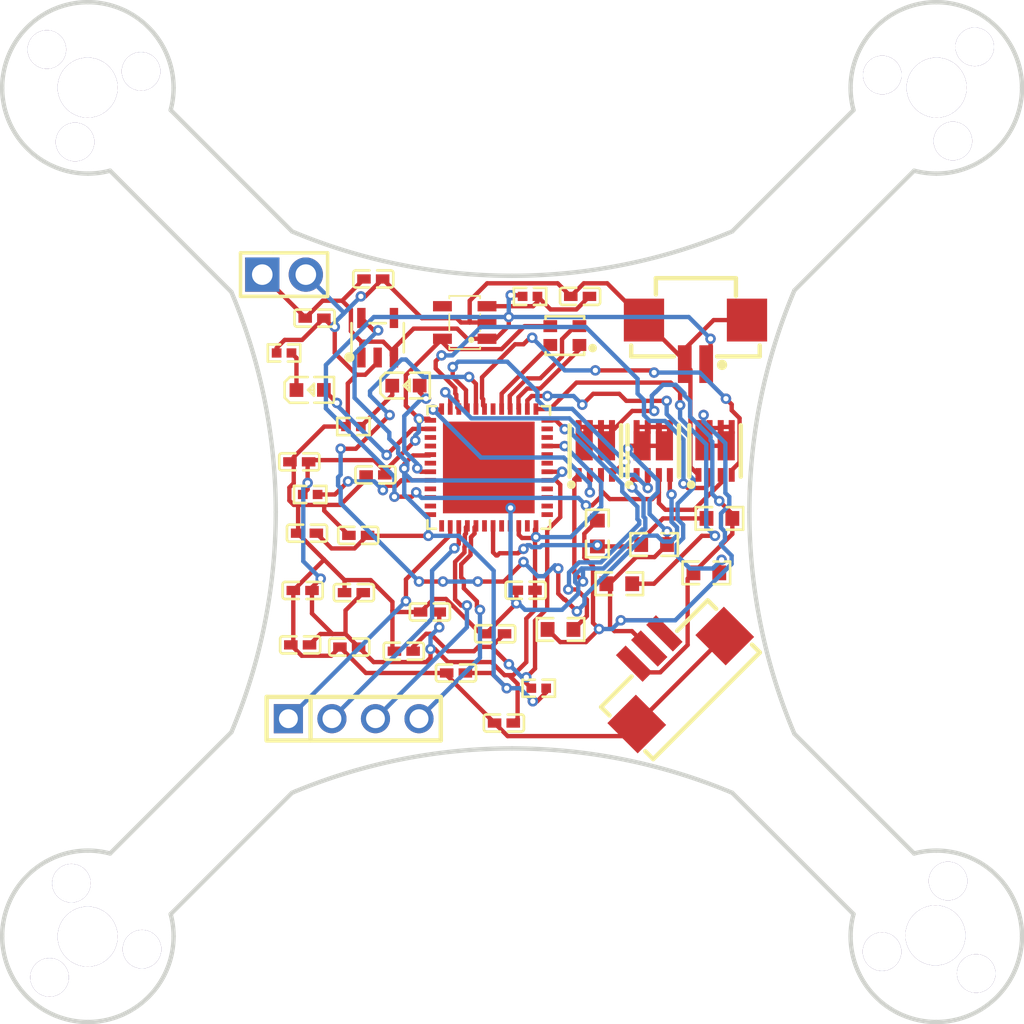
<source format=kicad_pcb>
(kicad_pcb (version 20241229) (generator "pcbnew") (generator_version "9.0")
  (layers (0 "F.Cu" signal "Top Layer") (2 "B.Cu" signal "Bottom Layer") (13 "F.Paste" user "Top Paste Mask Layer") (15 "B.Paste" user "Bottom Paste Mask Layer") (5 "F.SilkS" user "Top Silkscreen Layer") (7 "B.SilkS" user "Bottom Silkscreen Layer") (1 "F.Mask" user "Top Solder Mask Layer") (3 "B.Mask" user "Bottom Solder Mask Layer") (25 "Edge.Cuts" user "Multi-Layer"))
  (net 0 "")
  (net 1 "GND")
  (net 2 "VCC")
  (net 3 "3.3V")
  (net 4 "$1N1873")
  (net 5 "1.2V")
  (net 6 "$1N1861")
  (net 7 "$1N1878")
  (net 8 "$1N1890")
  (net 9 "$1N1879")
  (net 10 "$1N1868")
  (net 11 "$1N1858")
  (net 12 "$1N1859")
  (net 13 "$1N1860")
  (net 14 "$1N1875")
  (net 15 "$1N1874")
  (net 16 "$1N1866")
  (net 17 "$1N1865")
  (net 18 "$1N1864")
  (net 19 "$1N1863")
  (net 20 "$1N1867")
  (net 21 "$1N1881")
  (net 22 "$1N1876")
  (net 23 "$1N1882")
  (net 24 "$1N1877")
  (net 25 "$1N1883")
  (net 26 "$1N1880")
  (net 27 "$1N1884")
  (net 28 "$1N1862")
  (net 29 "$1N1897")
  (net 30 "$1N1908")
  (net 31 "$1N1905")
  (footprint "ProPrj_2025_06_05_quad_2025-06-11:C0402" (layer "F.Cu") (at 138.443 88.697 180)
    (property "Reference" "C4" (hide yes))
    (property "Value" "")
  )
  (footprint "ProPrj_2025_06_05_quad_2025-06-11:C0402" (layer "F.Cu") (at 153.937 87.427)
    (property "Reference" "C3" (hide yes))
    (property "Value" "")
  )
  (footprint "ProPrj_2025_06_05_quad_2025-06-11:R0402" (layer "F.Cu") (at 151.524 110.287)
    (property "Reference" "R11" (hide yes))
    (property "Value" "")
  )
  (footprint "ProPrj_2025_06_05_quad_2025-06-11:C0402" (layer "F.Cu") (at 148.984 107.112)
    (property "Reference" "C17" (hide yes))
    (property "Value" "")
  )
  (footprint "ProPrj_2025_06_05_quad_2025-06-11:R0603" (layer "F.Cu") (at 162.065 100.381)
    (property "Reference" "R5" (hide yes))
    (property "Value" "")
  )
  (footprint "ProPrj_2025_06_05_quad_2025-06-11:C0402" (layer "F.Cu") (at 140.7395 104.7115)
    (property "Reference" "C13" (hide yes))
    (property "Value" "")
  )
  (footprint "ProPrj_2025_06_05_quad_2025-06-11:LED0603-RD_BLUE" (layer "F.Cu") (at 138.189 92.888)
    (property "Reference" "LED1" (hide yes))
    (property "Value" "")
  )
  (footprint "ProPrj_2025_06_05_quad_2025-06-11:DFN-8_L3.1-W3.2-P0.65-BL-EP" (layer "F.Cu") (at 154.826 96.444)
    (property "Reference" "Q1" (hide yes))
    (property "Value" "")
  )
  (footprint "ProPrj_2025_06_05_quad_2025-06-11:Pad_e48" (layer "F.Cu") (at 175.6855 78.362 -90)
    (property "Reference" "")
    (property "Value" "")
  )
  (footprint "ProPrj_2025_06_05_quad_2025-06-11:Pad_e55" (layer "F.Cu") (at 124.2575 121.662 90)
    (property "Reference" "")
    (property "Value" "")
  )
  (footprint "ProPrj_2025_06_05_quad_2025-06-11:HDR-TH_4P-P2.54-V-M" (layer "F.Cu") (at 140.729 112.065)
    (property "Reference" "H2" (hide yes))
    (property "Value" "")
  )
  (footprint "ProPrj_2025_06_05_quad_2025-06-11:Pad_e52" (layer "F.Cu") (at 175.4025 121.535 180)
    (property "Reference" "")
    (property "Value" "")
  )
  (footprint "ProPrj_2025_06_05_quad_2025-06-11:C0402" (layer "F.Cu") (at 138.004 101.243)
    (property "Reference" "C8" (hide yes))
    (property "Value" "")
  )
  (footprint "ProPrj_2025_06_05_quad_2025-06-11:Pad_e56" (layer "F.Cu") (at 125.2065 124.777 90)
    (property "Reference" "")
    (property "Value" "")
  )
  (footprint "ProPrj_2025_06_05_quad_2025-06-11:C0402" (layer "F.Cu") (at 150.762 104.572)
    (property "Reference" "C11" (hide yes))
    (property "Value" "")
  )
  (footprint "ProPrj_2025_06_05_quad_2025-06-11:Pad_e51" (layer "F.Cu") (at 174.6665 124.707 180)
    (property "Reference" "")
    (property "Value" "")
  )
  (footprint "ProPrj_2025_06_05_quad_2025-06-11:C0402" (layer "F.Cu") (at 137.75 104.5845)
    (property "Reference" "C12" (hide yes))
    (property "Value" "")
  )
  (footprint "ProPrj_2025_06_05_quad_2025-06-11:SOT-23-5_L3.0-W1.7-P0.95-LS2.8-BR" (layer "F.Cu") (at 147.206 88.951)
    (property "Reference" "U1" (hide yes))
    (property "Value" "")
  )
  (footprint "ProPrj_2025_06_05_quad_2025-06-11:C0402" (layer "F.Cu") (at 140.9935 101.37)
    (property "Reference" "C9" (hide yes))
    (property "Value" "")
  )
  (footprint "ProPrj_2025_06_05_quad_2025-06-11:R0603" (layer "F.Cu") (at 161.303 103.556 180)
    (property "Reference" "R8" (hide yes))
    (property "Value" "")
  )
  (footprint "ProPrj_2025_06_05_quad_2025-06-11:Pad_e50" (layer "F.Cu") (at 171.5515 125.656 180)
    (property "Reference" "")
    (property "Value" "")
  )
  (footprint "ProPrj_2025_06_05_quad_2025-06-11:DFN-8_L3.1-W3.2-P0.65-BL-EP" (layer "F.Cu") (at 158.204 96.4455)
    (property "Reference" "Q2" (hide yes))
    (property "Value" "")
  )
  (footprint "ProPrj_2025_06_05_quad_2025-06-11:Pad_e53" (layer "F.Cu") (at 177.046 126.9305 180)
    (property "Reference" "")
    (property "Value" "")
  )
  (footprint "ProPrj_2025_06_05_quad_2025-06-11:QFN-48_L7.0-W7.0-P0.50-TL-EP5.4-1" (layer "F.Cu") (at 148.6095 97.4085)
    (property "Reference" "U3" (hide yes))
    (property "Value" "")
  )
  (footprint "ProPrj_2025_06_05_quad_2025-06-11:C0402" (layer "F.Cu") (at 146.698 109.398)
    (property "Reference" "C5" (hide yes))
    (property "Value" "")
  )
  (footprint "ProPrj_2025_06_05_quad_2025-06-11:Pad_e42" (layer "F.Cu") (at 122.827 73.024)
    (property "Reference" "")
    (property "Value" "")
  )
  (footprint "ProPrj_2025_06_05_quad_2025-06-11:LED0603-RD_BLUE" (layer "F.Cu") (at 143.777 92.634)
    (property "Reference" "LED3" (hide yes))
    (property "Value" "")
  )
  (footprint "ProPrj_2025_06_05_quad_2025-06-11:R0402" (layer "F.Cu") (at 140.712 95.0215)
    (property "Reference" "R6" (hide yes))
    (property "Value" "")
  )
  (footprint "ProPrj_2025_06_05_quad_2025-06-11:R0603" (layer "F.Cu") (at 158.255 101.905)
    (property "Reference" "R4" (hide yes))
    (property "Value" "")
  )
  (footprint "ProPrj_2025_06_05_quad_2025-06-11:R0402" (layer "F.Cu") (at 136.665 90.729)
    (property "Reference" "R2" (hide yes))
    (property "Value" "")
  )
  (footprint "ProPrj_2025_06_05_quad_2025-06-11:R0603" (layer "F.Cu") (at 154.9445 101.2615 90)
    (property "Reference" "R3" (hide yes))
    (property "Value" "")
  )
  (footprint "ProPrj_2025_06_05_quad_2025-06-11:C0402" (layer "F.Cu") (at 141.999 97.841)
    (property "Reference" "C7" (hide yes))
    (property "Value" "")
  )
  (footprint "ProPrj_2025_06_05_quad_2025-06-11:Pad_e45" (layer "F.Cu") (at 128.3215 74.298)
    (property "Reference" "")
    (property "Value" "")
  )
  (footprint "ProPrj_2025_06_05_quad_2025-06-11:R0402" (layer "F.Cu") (at 138.189 98.984)
    (property "Reference" "R7" (hide yes))
    (property "Value" "")
  )
  (footprint "ProPrj_2025_06_05_quad_2025-06-11:SOT-23-5_L3.0-W1.7-P0.95-LS2.8-BL" (layer "F.Cu") (at 142.126 89.84)
    (property "Reference" "U2" (hide yes))
    (property "Value" "")
  )
  (footprint "ProPrj_2025_06_05_quad_2025-06-11:C0402" (layer "F.Cu") (at 137.6055 107.7585)
    (property "Reference" "C14" (hide yes))
    (property "Value" "")
  )
  (footprint "ProPrj_2025_06_05_quad_2025-06-11:Pad_e49" (layer "F.Cu") (at 176.9595 72.8675 -90)
    (property "Reference" "")
    (property "Value" "")
  )
  (footprint "ProPrj_2025_06_05_quad_2025-06-11:R0603" (layer "F.Cu") (at 156.223 104.191 180)
    (property "Reference" "R9" (hide yes))
    (property "Value" "")
  )
  (footprint "ProPrj_2025_06_05_quad_2025-06-11:C0402" (layer "F.Cu") (at 141.872 86.411)
    (property "Reference" "C1" (hide yes))
    (property "Value" "")
  )
  (footprint "ProPrj_2025_06_05_quad_2025-06-11:R0603" (layer "F.Cu") (at 152.794 106.858 180)
    (property "Reference" "R10" (hide yes))
    (property "Value" "")
  )
  (footprint "ProPrj_2025_06_05_quad_2025-06-11:Pad_e47" (layer "F.Cu") (at 174.7365 75.247 -90)
    (property "Reference" "")
    (property "Value" "")
  )
  (footprint "ProPrj_2025_06_05_quad_2025-06-11:Pad_e44" (layer "F.Cu") (at 125.2065 75.247)
    (property "Reference" "")
    (property "Value" "")
  )
  (footprint "ProPrj_2025_06_05_quad_2025-06-11:CONN-SMD_HC-1.25-3PWT" (layer "F.Cu") (at 158.89 108.89 45)
    (property "Reference" "CN2" (hide yes))
    (property "Value" "")
  )
  (footprint "ProPrj_2025_06_05_quad_2025-06-11:CONN-SMD_2P-P1.25-HC-1.25-2PWT" (layer "F.Cu") (at 160.668 90.094 180)
    (property "Reference" "CN1" (hide yes))
    (property "Value" "")
  )
  (footprint "ProPrj_2025_06_05_quad_2025-06-11:R0402" (layer "F.Cu") (at 151.016 87.427)
    (property "Reference" "R1" (hide yes))
    (property "Value" "")
  )
  (footprint "ProPrj_2025_06_05_quad_2025-06-11:LED-SMD_FM-B2020RGBA-HG" (layer "F.Cu") (at 153.048 89.713 180)
    (property "Reference" "LED2" (hide yes))
    (property "Value" "")
  )
  (footprint "ProPrj_2025_06_05_quad_2025-06-11:Pad_e43" (layer "F.Cu") (at 124.471 78.419)
    (property "Reference" "")
    (property "Value" "")
  )
  (footprint "ProPrj_2025_06_05_quad_2025-06-11:Pad_e54" (layer "F.Cu") (at 122.9835 127.1565 90)
    (property "Reference" "")
    (property "Value" "")
  )
  (footprint "ProPrj_2025_06_05_quad_2025-06-11:C0402" (layer "F.Cu") (at 143.65 108.128)
    (property "Reference" "C16" (hide yes))
    (property "Value" "")
  )
  (footprint "ProPrj_2025_06_05_quad_2025-06-11:HDR-TH_2P-P2.54-V-M" (layer "F.Cu") (at 136.665 86.157)
    (property "Reference" "H1" (hide yes))
    (property "Value" "")
  )
  (footprint "ProPrj_2025_06_05_quad_2025-06-11:C0402" (layer "F.Cu") (at 149.492 112.319)
    (property "Reference" "C2" (hide yes))
    (property "Value" "")
  )
  (footprint "ProPrj_2025_06_05_quad_2025-06-11:Pad_e46" (layer "F.Cu") (at 171.5645 74.5115 -90)
    (property "Reference" "")
    (property "Value" "")
  )
  (footprint "ProPrj_2025_06_05_quad_2025-06-11:C0402" (layer "F.Cu") (at 137.554 97.079)
    (property "Reference" "C6" (hide yes))
    (property "Value" "")
  )
  (footprint "ProPrj_2025_06_05_quad_2025-06-11:C0402" (layer "F.Cu") (at 140.4695 107.8855)
    (property "Reference" "C15" (hide yes))
    (property "Value" "")
  )
  (footprint "ProPrj_2025_06_05_quad_2025-06-11:DFN-8_L3.1-W3.2-P0.65-BL-EP" (layer "F.Cu") (at 161.811 96.444)
    (property "Reference" "Q3" (hide yes))
    (property "Value" "")
  )
  (footprint "ProPrj_2025_06_05_quad_2025-06-11:C0402" (layer "F.Cu") (at 145.174 105.842)
    (property "Reference" "C10" (hide yes))
    (property "Value" "")
  )
  (footprint "ProPrj_2025_06_05_quad_2025-06-11:Pad_e57" (layer "F.Cu") (at 128.3785 125.5125 90)
    (property "Reference" "")
    (property "Value" "")
  )
  (gr_arc (start 174.718 70.263) (mid 178.253534 71.727466) (end 179.718 75.263) (stroke (width 0.254)) (layer "Edge.Cuts"))
  (gr_line (start 173.424006 80.092994) (end 166.44 87.0765) (stroke (width 0.254)) (layer "Edge.Cuts"))
  (gr_arc (start 169.718 124.7605) (mid 169.760772 124.107898) (end 169.888494 123.466494) (stroke (width 0.254)) (layer "Edge.Cuts"))
  (gr_arc (start 126.5145 80.092999) (mid 125.873081 80.220567) (end 125.2205 80.263) (stroke (width 0.254)) (layer "Edge.Cuts"))
  (gr_arc (start 169.888501 76.5575) (mid 169.760823 75.915839) (end 169.718 75.263) (stroke (width 0.254)) (layer "Edge.Cuts"))
  (gr_arc (start 173.424 119.931) (mid 174.065418 119.80342) (end 174.718 119.7605) (stroke (width 0.254)) (layer "Edge.Cuts"))
  (gr_arc (start 169.718 75.263) (mid 171.182466 71.727466) (end 174.718 70.263) (stroke (width 0.254)) (layer "Edge.Cuts"))
  (gr_arc (start 125.2205 70.263) (mid 128.756034 71.727466) (end 130.2205 75.263) (stroke (width 0.254)) (layer "Edge.Cuts"))
  (gr_arc (start 149.9695 113.7995) (mid 156.518297 114.452857) (end 162.809002 116.387002) (stroke (width 0.254)) (layer "Edge.Cuts"))
  (gr_arc (start 130.2205 124.7605) (mid 128.756034 128.296034) (end 125.2205 129.7605) (stroke (width 0.254)) (layer "Edge.Cuts"))
  (gr_arc (start 137.129498 116.387002) (mid 143.420403 114.452532) (end 149.9695 113.7995) (stroke (width 0.254)) (layer "Edge.Cuts"))
  (gr_arc (start 130.05 123.4665) (mid 130.17758 124.107918) (end 130.2205 124.7605) (stroke (width 0.254)) (layer "Edge.Cuts"))
  (gr_arc (start 120.2205 124.7605) (mid 121.684966 121.224966) (end 125.2205 119.7605) (stroke (width 0.254)) (layer "Edge.Cuts"))
  (gr_arc (start 125.2205 129.7605) (mid 121.684966 128.296034) (end 120.2205 124.7605) (stroke (width 0.254)) (layer "Edge.Cuts"))
  (gr_line (start 130.049999 76.557499) (end 137.129498 83.636498) (stroke (width 0.254)) (layer "Edge.Cuts"))
  (gr_arc (start 149.9695 86.2245) (mid 143.420378 85.571088) (end 137.129498 83.636498) (stroke (width 0.254)) (layer "Edge.Cuts"))
  (gr_line (start 166.440002 112.947502) (end 173.424 119.931) (stroke (width 0.254)) (layer "Edge.Cuts"))
  (gr_arc (start 174.718 129.7605) (mid 171.182466 128.296034) (end 169.718 124.7605) (stroke (width 0.254)) (layer "Edge.Cuts"))
  (gr_arc (start 163.812 100.012) (mid 164.47568 93.412138) (end 166.44 87.0765) (stroke (width 0.254)) (layer "Edge.Cuts"))
  (gr_arc (start 136.182 100.012) (mid 135.528634 106.560896) (end 133.593999 112.851501) (stroke (width 0.254)) (layer "Edge.Cuts"))
  (gr_arc (start 125.2205 119.7605) (mid 125.873102 119.803272) (end 126.514499 119.931001) (stroke (width 0.254)) (layer "Edge.Cuts"))
  (gr_line (start 126.514499 119.931001) (end 133.593999 112.851501) (stroke (width 0.254)) (layer "Edge.Cuts"))
  (gr_arc (start 174.718 80.263) (mid 174.065462 80.220237) (end 173.424006 80.092994) (stroke (width 0.254)) (layer "Edge.Cuts"))
  (gr_arc (start 162.809 83.6365) (mid 156.518333 85.570824) (end 149.9695 86.2245) (stroke (width 0.254)) (layer "Edge.Cuts"))
  (gr_line (start 169.888494 123.466494) (end 162.809002 116.387002) (stroke (width 0.254)) (layer "Edge.Cuts"))
  (gr_arc (start 120.2205 75.263) (mid 121.684966 71.727466) (end 125.2205 70.263) (stroke (width 0.254)) (layer "Edge.Cuts"))
  (gr_arc (start 130.2205 75.263) (mid 130.177697 75.915841) (end 130.049999 76.557499) (stroke (width 0.254)) (layer "Edge.Cuts"))
  (gr_arc (start 166.440002 112.947502) (mid 164.475528 106.611893) (end 163.812 100.012) (stroke (width 0.254)) (layer "Edge.Cuts"))
  (gr_arc (start 133.593998 87.171998) (mid 135.528468 93.462903) (end 136.182 100.012) (stroke (width 0.254)) (layer "Edge.Cuts"))
  (gr_line (start 162.809 83.6365) (end 169.888501 76.5575) (stroke (width 0.254)) (layer "Edge.Cuts"))
  (gr_arc (start 125.2205 80.263) (mid 121.684966 78.798534) (end 120.2205 75.263) (stroke (width 0.254)) (layer "Edge.Cuts"))
  (gr_line (start 133.593998 87.171998) (end 126.5145 80.092999) (stroke (width 0.254)) (layer "Edge.Cuts"))
  (gr_line (start 137.129498 116.387002) (end 130.05 123.4665) (stroke (width 0.254)) (layer "Edge.Cuts"))
  (gr_arc (start 179.718 124.7605) (mid 178.253534 128.296034) (end 174.718 129.7605) (stroke (width 0.254)) (layer "Edge.Cuts"))
  (gr_arc (start 179.718 75.263) (mid 178.253534 78.798534) (end 174.718 80.263) (stroke (width 0.254)) (layer "Edge.Cuts"))
  (gr_arc (start 174.718 119.7605) (mid 178.253534 121.224966) (end 179.718 124.7605) (stroke (width 0.254)) (layer "Edge.Cuts"))
  (segment (start 155.519 86.665) (end 157.663 88.809) (width 0.254) (layer "F.Cu") (net 1))
  (segment (start 147.497 88.951) (end 148.506 88.951) (width 0.254) (layer "F.Cu") (net 1))
  (segment (start 136.977 99.3395) (end 137.231 99.5935) (width 0.254) (layer "F.Cu") (net 1))
  (segment (start 139.009 99.5935) (end 139.009 99.9305) (width 0.254) (layer "F.Cu") (net 1))
  (segment (start 144.703 88.697) (end 146.735 88.697) (width 0.254) (layer "F.Cu") (net 1))
  (segment (start 153.392 87.427) (end 154.154 86.665) (width 0.254) (layer "F.Cu") (net 1))
  (segment (start 139.496 89.205) (end 138.988 88.697) (width 0.254) (layer "F.Cu") (net 1))
  (segment (start 145.391 105.08) (end 146.114 105.08) (width 0.254) (layer "F.Cu") (net 1))
  (segment (start 139.9245 107.8855) (end 141.437 109.398) (width 0.254) (layer "F.Cu") (net 1))
  (segment (start 154.1065 104.064) (end 153.6015 103.5595) (width 0.254) (layer "F.Cu") (net 1))
  (segment (start 139.009 99.5935) (end 139.9555 99.5935) (width 0.254) (layer "F.Cu") (net 1))
  (segment (start 160.373 97.3755) (end 160.8405 97.8435) (width 0.254) (layer "F.Cu") (net 1))
  (segment (start 137.231 97.0535) (end 137.009 97.079) (width 0.254) (layer "F.Cu") (net 1))
  (segment (start 139.623 90.729) (end 140.893 91.999) (width 0.254) (layer "F.Cu") (net 1))
  (segment (start 160.373 91.709) (end 160.373 97.3755) (width 0.254) (layer "F.Cu") (net 1))
  (segment (start 161.727 88.809) (end 163.673 88.809) (width 0.254) (layer "F.Cu") (net 1))
  (segment (start 148.146 107.112) (end 148.439 107.112) (width 0.254) (layer "F.Cu") (net 1))
  (segment (start 156.9795 98.5715) (end 156.9795 98.099) (width 0.254) (layer "F.Cu") (net 1))
  (segment (start 147.497 88.951) (end 147.497 87.681) (width 0.254) (layer "F.Cu") (net 1))
  (segment (start 160.043 91.379) (end 160.373 91.709) (width 0.254) (layer "F.Cu") (net 1))
  (segment (start 152.63 86.665) (end 153.392 87.427) (width 0.254) (layer "F.Cu") (net 1))
  (segment (start 139.623 89.205) (end 139.496 89.205) (width 0.254) (layer "F.Cu") (net 1))
  (segment (start 146.153 109.398) (end 146.153 109.525) (width 0.254) (layer "F.Cu") (net 1))
  (segment (start 157.663 88.809) (end 159.949 91.095) (width 0.254) (layer "F.Cu") (net 1))
  (segment (start 148.947 112.319) (end 149.709 113.081) (width 0.254) (layer "F.Cu") (net 1))
  (segment (start 140.1945 103.979) (end 141.7185 103.979) (width 0.254) (layer "F.Cu") (net 1))
  (segment (start 141.401 91.999) (end 142.126 91.274) (width 0.254) (layer "F.Cu") (net 1))
  (segment (start 153.6015 98.0975) (end 153.8555 97.8435) (width 0.254) (layer "F.Cu") (net 1))
  (segment (start 136.232 90.437) (end 136.232 90.729) (width 0.254) (layer "F.Cu") (net 1))
  (segment (start 141.401 87.427) (end 141.147 87.427) (width 0.254) (layer "F.Cu") (net 1))
  (segment (start 137.485 99.5935) (end 137.485 101.217) (width 0.254) (layer "F.Cu") (net 1))
  (segment (start 148.513 86.665) (end 152.63 86.665) (width 0.254) (layer "F.Cu") (net 1))
  (segment (start 154.154 86.665) (end 155.519 86.665) (width 0.254) (layer "F.Cu") (net 1))
  (segment (start 146.735 88.697) (end 146.989 88.951) (width 0.254) (layer "F.Cu") (net 1))
  (segment (start 138.9825 102.767) (end 140.1945 103.979) (width 0.254) (layer "F.Cu") (net 1))
  (segment (start 142.9885 105.757) (end 143.0735 105.842) (width 0.254) (layer "F.Cu") (net 1))
  (segment (start 147.497 87.681) (end 148.513 86.665) (width 0.254) (layer "F.Cu") (net 1))
  (segment (start 140.279 95.0215) (end 139.009 95.0215) (width 0.254) (layer "F.Cu") (net 1))
  (segment (start 139.009 99.9305) (end 140.4485 101.37) (width 0.254) (layer "F.Cu") (net 1))
  (segment (start 137.231 96.7995) (end 137.231 97.0535) (width 0.254) (layer "F.Cu") (net 1))
  (segment (start 159.949 90.587) (end 161.727 88.809) (width 0.254) (layer "F.Cu") (net 1))
  (segment (start 142.417 86.411) (end 141.401 87.427) (width 0.254) (layer "F.Cu") (net 1))
  (segment (start 139.9555 99.5935) (end 141.454 98.095) (width 0.254) (layer "F.Cu") (net 1))
  (segment (start 146.114 105.08) (end 148.146 107.112) (width 0.254) (layer "F.Cu") (net 1))
  (segment (start 137.4585 101.243) (end 138.9825 102.767) (width 0.254) (layer "F.Cu") (net 1))
  (segment (start 138.9825 102.767) (end 138.9825 102.8065) (width 0.254) (layer "F.Cu") (net 1))
  (segment (start 159.949 91.095) (end 160.043 91.379) (width 0.254) (layer "F.Cu") (net 1))
  (segment (start 156.9795 98.099) (end 157.2335 97.845) (width 0.254) (layer "F.Cu") (net 1))
  (segment (start 140.1945 103.979) (end 140.1945 104.7115) (width 0.254) (layer "F.Cu") (net 1))
  (segment (start 148.439 107.112) (end 150.217 105.334) (width 0.254) (layer "F.Cu") (net 1))
  (segment (start 138.9825 102.8065) (end 137.2045 104.5845) (width 0.254) (layer "F.Cu") (net 1))
  (segment (start 144.629 105.842) (end 145.391 105.08) (width 0.254) (layer "F.Cu") (net 1))
  (segment (start 142.9885 105.757) (end 142.9885 108.0115) (width 0.254) (layer "F.Cu") (net 1))
  (segment (start 137.231 99.5935) (end 137.485 99.5935) (width 0.254) (layer "F.Cu") (net 1))
  (segment (start 146.153 109.525) (end 148.947 112.319) (width 0.254) (layer "F.Cu") (net 1))
  (segment (start 136.702 89.967) (end 136.232 90.437) (width 0.254) (layer "F.Cu") (net 1))
  (segment (start 156.5375 113.081) (end 157.2425 112.376) (width 0.254) (layer "F.Cu") (net 1))
  (segment (start 139.4165 108.3935) (end 139.9245 107.8855) (width 0.254) (layer "F.Cu") (net 1))
  (segment (start 157.2425 112.376) (end 162.376 107.2425) (width 0.254) (layer "F.Cu") (net 1))
  (segment (start 137.2045 107.614) (end 137.0605 107.7585) (width 0.254) (layer "F.Cu") (net 1))
  (segment (start 137.231 97.0535) (end 137.231 98.3235) (width 0.254) (layer "F.Cu") (net 1))
  (segment (start 137.0605 107.7585) (end 137.6955 108.3935) (width 0.254) (layer "F.Cu") (net 1))
  (segment (start 140.893 91.999) (end 141.401 91.999) (width 0.254) (layer "F.Cu") (net 1))
  (segment (start 137.485 101.217) (end 137.4585 101.243) (width 0.254) (layer "F.Cu") (net 1))
  (segment (start 137.718 89.967) (end 136.702 89.967) (width 0.254) (layer "F.Cu") (net 1))
  (segment (start 142.126 91.274) (end 142.126 90.9935) (width 0.254) (layer "F.Cu") (net 1))
  (segment (start 149.709 113.081) (end 156.5375 113.081) (width 0.254) (layer "F.Cu") (net 1))
  (segment (start 138.988 88.697) (end 137.718 89.967) (width 0.254) (layer "F.Cu") (net 1))
  (segment (start 141.454 98.095) (end 141.454 97.841) (width 0.254) (layer "F.Cu") (net 1))
  (segment (start 142.9885 105.249) (end 142.9885 105.757) (width 0.254) (layer "F.Cu") (net 1))
  (segment (start 137.485 99.5935) (end 139.009 99.5935) (width 0.254) (layer "F.Cu") (net 1))
  (segment (start 143.0735 105.842) (end 144.629 105.842) (width 0.254) (layer "F.Cu") (net 1))
  (segment (start 150.217 105.334) (end 150.217 104.572) (width 0.254) (layer "F.Cu") (net 1))
  (segment (start 141.437 109.398) (end 146.153 109.398) (width 0.254) (layer "F.Cu") (net 1))
  (segment (start 140.385 94.9155) (end 140.279 95.0215) (width 0.254) (layer "F.Cu") (net 1))
  (segment (start 137.6955 108.3935) (end 139.4165 108.3935) (width 0.254) (layer "F.Cu") (net 1))
  (segment (start 146.989 88.951) (end 147.497 88.951) (width 0.254) (layer "F.Cu") (net 1))
  (segment (start 140.893 91.999) (end 140.385 92.507) (width 0.254) (layer "F.Cu") (net 1))
  (segment (start 142.9885 108.0115) (end 143.105 108.128) (width 0.254) (layer "F.Cu") (net 1))
  (segment (start 137.231 98.3235) (end 136.977 98.5775) (width 0.254) (layer "F.Cu") (net 1))
  (segment (start 142.417 86.411) (end 144.703 88.697) (width 0.254) (layer "F.Cu") (net 1))
  (segment (start 139.009 95.0215) (end 137.231 96.7995) (width 0.254) (layer "F.Cu") (net 1))
  (segment (start 141.7185 103.979) (end 142.9885 105.249) (width 0.254) (layer "F.Cu") (net 1))
  (segment (start 153.6015 103.5595) (end 153.6015 98.0975) (width 0.254) (layer "F.Cu") (net 1))
  (segment (start 136.977 98.5775) (end 136.977 99.3395) (width 0.254) (layer "F.Cu") (net 1))
  (segment (start 137.2045 104.5845) (end 137.2045 107.614) (width 0.254) (layer "F.Cu") (net 1))
  (segment (start 140.385 92.507) (end 140.385 94.9155) (width 0.254) (layer "F.Cu") (net 1))
  (segment (start 139.623 89.205) (end 139.623 90.729) (width 0.254) (layer "F.Cu") (net 1))
  (segment (start 159.949 91.095) (end 159.949 90.587) (width 0.254) (layer "F.Cu") (net 1))
  (via (at 139.623 89.205) (size 0.61) (drill 0.305) (layers "F.Cu" "B.Cu") (net 1))
  (via (at 150.217 105.334) (size 0.61) (drill 0.305) (layers "F.Cu" "B.Cu") (net 1))
  (via (at 141.147 87.427) (size 0.61) (drill 0.305) (layers "F.Cu" "B.Cu") (net 1))
  (via (at 154.1065 104.064) (size 0.61) (drill 0.305) (layers "F.Cu" "B.Cu") (net 1))
  (via (at 149.8795 99.769) (size 0.61) (drill 0.305) (layers "F.Cu" "B.Cu") (net 1))
  (via (at 156.9795 98.5715) (size 0.61) (drill 0.305) (layers "F.Cu" "B.Cu") (net 1))
  (segment (start 150.217 105.334) (end 150.344 105.334) (width 0.254) (layer "B.Cu") (net 1))
  (segment (start 139.623 88.951) (end 139.623 89.205) (width 0.254) (layer "B.Cu") (net 1))
  (segment (start 152.884 105.715) (end 153.831 104.7675) (width 0.254) (layer "B.Cu") (net 1))
  (segment (start 140.131 88.443) (end 140.131 88.353) (width 0.254) (layer "B.Cu") (net 1))
  (segment (start 141.147 87.427) (end 140.131 88.443) (width 0.254) (layer "B.Cu") (net 1))
  (segment (start 157.697 101.029) (end 157.7415 100.9845) (width 0.254) (layer "B.Cu") (net 1))
  (segment (start 157.6365 100.2745) (end 157.6365 99.228) (width 0.254) (layer "B.Cu") (net 1))
  (segment (start 149.8795 99.769) (end 149.8795 104.9965) (width 0.254) (layer "B.Cu") (net 1))
  (segment (start 153.831 104.284) (end 153.646 104.0985) (width 0.254) (layer "B.Cu") (net 1))
  (segment (start 149.8795 104.9965) (end 150.217 105.334) (width 0.254) (layer "B.Cu") (net 1))
  (segment (start 150.725 105.715) (end 152.884 105.715) (width 0.254) (layer "B.Cu") (net 1))
  (segment (start 140.131 88.353) (end 137.935 86.157) (width 0.254) (layer "B.Cu") (net 1))
  (segment (start 154.027 103.302) (end 155.297 103.302) (width 0.254) (layer "B.Cu") (net 1))
  (segment (start 157.7415 100.9845) (end 157.7415 100.3795) (width 0.254) (layer "B.Cu") (net 1))
  (segment (start 150.344 105.334) (end 150.725 105.715) (width 0.254) (layer "B.Cu") (net 1))
  (segment (start 154.1065 103.3815) (end 154.1065 104.064) (width 0.254) (layer "B.Cu") (net 1))
  (segment (start 157.6365 99.228) (end 156.9795 98.5715) (width 0.254) (layer "B.Cu") (net 1))
  (segment (start 155.297 103.302) (end 157.57 101.029) (width 0.254) (layer "B.Cu") (net 1))
  (segment (start 157.57 101.029) (end 157.697 101.029) (width 0.254) (layer "B.Cu") (net 1))
  (segment (start 153.646 104.0985) (end 153.646 103.683) (width 0.254) (layer "B.Cu") (net 1))
  (segment (start 153.831 104.7675) (end 153.831 104.284) (width 0.254) (layer "B.Cu") (net 1))
  (segment (start 154.027 103.302) (end 154.1065 103.3815) (width 0.254) (layer "B.Cu") (net 1))
  (segment (start 153.646 103.683) (end 154.027 103.302) (width 0.254) (layer "B.Cu") (net 1))
  (segment (start 157.7415 100.3795) (end 157.6365 100.2745) (width 0.254) (layer "B.Cu") (net 1))
  (segment (start 140.131 88.443) (end 139.623 88.951) (width 0.254) (layer "B.Cu") (net 1))
  (segment (start 162.268 97.9705) (end 162.141 97.8435) (width 0.254) (layer "F.Cu") (net 2))
  (segment (start 155.156 98.745) (end 155.156 97.8435) (width 0.254) (layer "F.Cu") (net 2))
  (segment (start 141.327 86.411) (end 140.057 87.681) (width 0.254) (layer "F.Cu") (net 2))
  (segment (start 144.224 89.308) (end 146.764 89.308) (width 0.254) (layer "F.Cu") (net 2))
  (segment (start 138.914 87.681) (end 137.898 88.697) (width 0.254) (layer "F.Cu") (net 2))
  (segment (start 147.357 89.901) (end 148.506 89.901) (width 0.254) (layer "F.Cu") (net 2))
  (segment (start 142.954 90.578) (end 142.954 90.8715) (width 0.254) (layer "F.Cu") (net 2))
  (segment (start 141.176 90.07) (end 141.176 90.9935) (width 0.254) (layer "F.Cu") (net 2))
  (segment (start 161.547 89.901) (end 161.547 91.125) (width 0.254) (layer "F.Cu") (net 2))
  (segment (start 155.156 98.745) (end 155.664 99.253) (width 0.254) (layer "F.Cu") (net 2))
  (segment (start 154.28 99.6215) (end 154.6415 99.6215) (width 0.254) (layer "F.Cu") (net 2))
  (segment (start 144.12 99.1135) (end 144.374 98.8595) (width 0.254) (layer "F.Cu") (net 2))
  (segment (start 160.586 99.877) (end 162.268 98.1945) (width 0.254) (layer "F.Cu") (net 2))
  (segment (start 141.176 90.07) (end 142.446 90.07) (width 0.254) (layer "F.Cu") (net 2))
  (segment (start 155.156 99.1065) (end 155.156 98.745) (width 0.254) (layer "F.Cu") (net 2))
  (segment (start 137.898 88.66) (end 135.395 86.157) (width 0.254) (layer "F.Cu") (net 2))
  (segment (start 137.898 88.697) (end 137.898 88.66) (width 0.254) (layer "F.Cu") (net 2))
  (segment (start 158.915 99.877) (end 160.586 99.877) (width 0.254) (layer "F.Cu") (net 2))
  (segment (start 148.506 89.901) (end 149.014 89.901) (width 0.254) (layer "F.Cu") (net 2))
  (segment (start 158.534 98.861) (end 158.534 99.496) (width 0.254) (layer "F.Cu") (net 2))
  (segment (start 140.565 88.189) (end 140.565 89.459) (width 0.254) (layer "F.Cu") (net 2))
  (segment (start 146.764 89.308) (end 147.357 89.901) (width 0.254) (layer "F.Cu") (net 2))
  (segment (start 142.954 90.578) (end 144.224 89.308) (width 0.254) (layer "F.Cu") (net 2))
  (segment (start 154.6415 99.6215) (end 155.156 99.1065) (width 0.254) (layer "F.Cu") (net 2))
  (segment (start 161.547 91.125) (end 161.293 91.379) (width 0.254) (layer "F.Cu") (net 2))
  (segment (start 142.446 90.07) (end 142.954 90.578) (width 0.254) (layer "F.Cu") (net 2))
  (segment (start 149.887 87.361) (end 150.517 87.361) (width 0.254) (layer "F.Cu") (net 2))
  (segment (start 158.534 98.861) (end 158.534 97.845) (width 0.254) (layer "F.Cu") (net 2))
  (segment (start 140.565 89.459) (end 141.176 90.07) (width 0.254) (layer "F.Cu") (net 2))
  (segment (start 155.664 99.253) (end 158.142 99.253) (width 0.254) (layer "F.Cu") (net 2))
  (segment (start 149.014 89.901) (end 149.776 89.139) (width 0.254) (layer "F.Cu") (net 2))
  (segment (start 143.104 99.1135) (end 144.12 99.1135) (width 0.254) (layer "F.Cu") (net 2))
  (segment (start 150.517 87.361) (end 150.583 87.427) (width 0.254) (layer "F.Cu") (net 2))
  (segment (start 140.057 87.681) (end 140.565 88.189) (width 0.254) (layer "F.Cu") (net 2))
  (segment (start 149.776 89.139) (end 149.776 88.631) (width 0.254) (layer "F.Cu") (net 2))
  (segment (start 158.142 99.253) (end 158.534 98.861) (width 0.254) (layer "F.Cu") (net 2))
  (segment (start 162.268 98.1945) (end 162.268 97.9705) (width 0.254) (layer "F.Cu") (net 2))
  (segment (start 158.534 99.496) (end 158.915 99.877) (width 0.254) (layer "F.Cu") (net 2))
  (segment (start 142.954 90.8715) (end 143.076 90.9935) (width 0.254) (layer "F.Cu") (net 2))
  (segment (start 140.057 87.681) (end 138.914 87.681) (width 0.254) (layer "F.Cu") (net 2))
  (via (at 149.776 88.631) (size 0.61) (drill 0.305) (layers "F.Cu" "B.Cu") (net 2))
  (via (at 161.547 89.901) (size 0.61) (drill 0.305) (layers "F.Cu" "B.Cu") (net 2))
  (via (at 154.28 99.6215) (size 0.61) (drill 0.305) (layers "F.Cu" "B.Cu") (net 2))
  (via (at 144.374 98.8595) (size 0.61) (drill 0.305) (layers "F.Cu" "B.Cu") (net 2))
  (via (at 149.887 87.361) (size 0.61) (drill 0.305) (layers "F.Cu" "B.Cu") (net 2))
  (via (at 143.104 99.1135) (size 0.61) (drill 0.305) (layers "F.Cu" "B.Cu") (net 2))
  (segment (start 149.776 88.631) (end 149.776 87.472) (width 0.254) (layer "B.Cu") (net 2))
  (segment (start 139.108 93.965) (end 143.104 97.9605) (width 0.254) (layer "B.Cu") (net 2))
  (segment (start 141.902 88.631) (end 139.108 91.425) (width 0.254) (layer "B.Cu") (net 2))
  (segment (start 144.6995 99.185) (end 153.8435 99.185) (width 0.254) (layer "B.Cu") (net 2))
  (segment (start 160.277 88.631) (end 161.547 89.901) (width 0.254) (layer "B.Cu") (net 2))
  (segment (start 153.8435 99.185) (end 154.28 99.6215) (width 0.254) (layer "B.Cu") (net 2))
  (segment (start 144.374 98.8595) (end 144.6995 99.185) (width 0.254) (layer "B.Cu") (net 2))
  (segment (start 149.776 88.631) (end 160.277 88.631) (width 0.254) (layer "B.Cu") (net 2))
  (segment (start 149.776 88.631) (end 141.902 88.631) (width 0.254) (layer "B.Cu") (net 2))
  (segment (start 143.104 97.9605) (end 143.104 99.1135) (width 0.254) (layer "B.Cu") (net 2))
  (segment (start 149.776 87.472) (end 149.887 87.361) (width 0.254) (layer "B.Cu") (net 2))
  (segment (start 139.108 91.425) (end 139.108 93.965) (width 0.254) (layer "B.Cu") (net 2))
  (segment (start 151.3595 100.9635) (end 151.3595 101.4715) (width 0.254) (layer "F.Cu") (net 3))
  (segment (start 151.3595 100.9635) (end 151.3595 100.8155) (width 0.254) (layer "F.Cu") (net 3))
  (segment (start 149.783 109.525) (end 149.529 109.525) (width 0.254) (layer "F.Cu") (net 3))
  (segment (start 150.037 112.319) (end 150.291 112.065) (width 0.254) (layer "F.Cu") (net 3))
  (segment (start 138.353 96.9795) (end 141.909 96.9795) (width 0.254) (layer "F.Cu") (net 3))
  (segment (start 150.799 108.763) (end 150.799 106.223) (width 0.254) (layer "F.Cu") (net 3))
  (segment (start 150.545 101.524) (end 150.3595 101.3385) (width 0.254) (layer "F.Cu") (net 3))
  (segment (start 153.033 96.1585) (end 152.017 96.1585) (width 0.254) (layer "F.Cu") (net 3))
  (segment (start 138.041 98.6995) (end 137.756 98.984) (width 0.254) (layer "F.Cu") (net 3))
  (segment (start 146.31 90.5025) (end 149.358 90.5025) (width 0.254) (layer "F.Cu") (net 3))
  (segment (start 145.802 89.9945) (end 145.906 89.901) (width 0.254) (layer "F.Cu") (net 3))
  (segment (start 150.3595 101.3385) (end 150.3595 100.8155) (width 0.254) (layer "F.Cu") (net 3))
  (segment (start 138.041 98.308) (end 138.041 97.292) (width 0.254) (layer "F.Cu") (net 3))
  (segment (start 150.291 110.033) (end 149.783 109.525) (width 0.254) (layer "F.Cu") (net 3))
  (segment (start 139.4905 107.1235) (end 138.7855 107.1235) (width 0.254) (layer "F.Cu") (net 3))
  (segment (start 144.532 94.5665) (end 145.1105 94.5665) (width 0.254) (layer "F.Cu") (net 3))
  (segment (start 138.041 98.308) (end 138.041 98.6995) (width 0.254) (layer "F.Cu") (net 3))
  (segment (start 138.7855 107.1235) (end 138.1505 107.7585) (width 0.254) (layer "F.Cu") (net 3))
  (segment (start 138.295 104.404) (end 138.803 103.896) (width 0.254) (layer "F.Cu") (net 3))
  (segment (start 145.465 108.001) (end 145.211 108.001) (width 0.254) (layer "F.Cu") (net 3))
  (segment (start 148.767 108.763) (end 146.227 108.763) (width 0.254) (layer "F.Cu") (net 3))
  (segment (start 140.2525 107.1235) (end 139.4905 107.1235) (width 0.254) (layer "F.Cu") (net 3))
  (segment (start 151.307 105.715) (end 151.307 104.572) (width 0.254) (layer "F.Cu") (net 3))
  (segment (start 140.2525 107.1235) (end 140.2525 105.744) (width 0.254) (layer "F.Cu") (net 3))
  (segment (start 140.2525 105.744) (end 141.2845 104.7115) (width 0.254) (layer "F.Cu") (net 3))
  (segment (start 149.358 90.5025) (end 150.6975 89.163) (width 0.254) (layer "F.Cu") (net 3))
  (segment (start 142.544 97.6145) (end 142.544 97.841) (width 0.254) (layer "F.Cu") (net 3))
  (segment (start 142.544 97.6145) (end 144.322 95.8365) (width 0.254) (layer "F.Cu") (net 3))
  (segment (start 150.799 106.223) (end 151.307 105.715) (width 0.254) (layer "F.Cu") (net 3))
  (segment (start 143.77 93.8045) (end 143.77 92.0265) (width 0.254) (layer "F.Cu") (net 3))
  (segment (start 145.719 106.731) (end 145.719 105.842) (width 0.254) (layer "F.Cu") (net 3))
  (segment (start 138.295 105.928) (end 138.295 104.5845) (width 0.254) (layer "F.Cu") (net 3))
  (segment (start 151.307 104.572) (end 151.307 101.524) (width 0.254) (layer "F.Cu") (net 3))
  (segment (start 138.099 97.2335) (end 138.099 97.079) (width 0.254) (layer "F.Cu") (net 3))
  (segment (start 145.1105 94.5665) (end 145.202 94.658) (width 0.254) (layer "F.Cu") (net 3))
  (segment (start 145.802 89.9945) (end 146.31 90.5025) (width 0.254) (layer "F.Cu") (net 3))
  (segment (start 150.291 112.065) (end 150.291 110.033) (width 0.254) (layer "F.Cu") (net 3))
  (segment (start 145.211 108.001) (end 145.211 108.509) (width 0.254) (layer "F.Cu") (net 3))
  (segment (start 151.307 101.524) (end 151.307 101.016) (width 0.254) (layer "F.Cu") (net 3))
  (segment (start 146.227 108.763) (end 145.465 108.001) (width 0.254) (layer "F.Cu") (net 3))
  (segment (start 138.099 97.2335) (end 138.353 96.9795) (width 0.254) (layer "F.Cu") (net 3))
  (segment (start 138.295 104.5845) (end 138.295 104.404) (width 0.254) (layer "F.Cu") (net 3))
  (segment (start 139.4905 107.1235) (end 138.295 105.928) (width 0.254) (layer "F.Cu") (net 3))
  (segment (start 144.532 94.5665) (end 143.77 93.8045) (width 0.254) (layer "F.Cu") (net 3))
  (segment (start 149.529 109.525) (end 148.767 108.763) (width 0.254) (layer "F.Cu") (net 3))
  (segment (start 149.783 109.525) (end 150.037 109.525) (width 0.254) (layer "F.Cu") (net 3))
  (segment (start 143.77 92.0265) (end 145.802 89.9945) (width 0.254) (layer "F.Cu") (net 3))
  (segment (start 141.0145 107.8855) (end 140.2525 107.1235) (width 0.254) (layer "F.Cu") (net 3))
  (segment (start 141.909 96.9795) (end 142.544 97.6145) (width 0.254) (layer "F.Cu") (net 3))
  (segment (start 144.957 108.763) (end 141.892 108.763) (width 0.254) (layer "F.Cu") (net 3))
  (segment (start 138.041 97.292) (end 138.099 97.2335) (width 0.254) (layer "F.Cu") (net 3))
  (segment (start 150.6975 89.163) (end 152.198 89.163) (width 0.254) (layer "F.Cu") (net 3))
  (segment (start 141.892 108.763) (end 141.0145 107.8855) (width 0.254) (layer "F.Cu") (net 3))
  (segment (start 151.307 101.016) (end 151.3595 100.9635) (width 0.254) (layer "F.Cu") (net 3))
  (segment (start 151.307 101.524) (end 150.545 101.524) (width 0.254) (layer "F.Cu") (net 3))
  (segment (start 150.037 109.525) (end 150.799 108.763) (width 0.254) (layer "F.Cu") (net 3))
  (segment (start 145.211 108.509) (end 144.957 108.763) (width 0.254) (layer "F.Cu") (net 3))
  (via (at 145.719 106.731) (size 0.61) (drill 0.305) (layers "F.Cu" "B.Cu") (net 3))
  (via (at 144.322 95.8365) (size 0.61) (drill 0.305) (layers "F.Cu" "B.Cu") (net 3))
  (via (at 151.3595 101.4715) (size 0.61) (drill 0.305) (layers "F.Cu" "B.Cu") (net 3))
  (via (at 153.033 96.1585) (size 0.61) (drill 0.305) (layers "F.Cu" "B.Cu") (net 3))
  (via (at 138.803 103.896) (size 0.61) (drill 0.305) (layers "F.Cu" "B.Cu") (net 3))
  (via (at 145.211 108.001) (size 0.61) (drill 0.305) (layers "F.Cu" "B.Cu") (net 3))
  (via (at 138.041 98.308) (size 0.61) (drill 0.305) (layers "F.Cu" "B.Cu") (net 3))
  (via (at 144.532 94.5665) (size 0.61) (drill 0.305) (layers "F.Cu" "B.Cu") (net 3))
  (segment (start 137.787 102.88) (end 137.787 98.562) (width 0.254) (layer "B.Cu") (net 3))
  (segment (start 145.211 108.001) (end 145.211 107.239) (width 0.254) (layer "B.Cu") (net 3))
  (segment (start 153.3915 101.4715) (end 155.1695 99.6935) (width 0.254) (layer "B.Cu") (net 3))
  (segment (start 155.1695 99.6935) (end 155.1695 98.295) (width 0.254) (layer "B.Cu") (net 3))
  (segment (start 138.803 103.896) (end 137.787 102.88) (width 0.254) (layer "B.Cu") (net 3))
  (segment (start 144.532 95.3285) (end 144.532 94.5665) (width 0.254) (layer "B.Cu") (net 3))
  (segment (start 155.1695 98.295) (end 153.033 96.1585) (width 0.254) (layer "B.Cu") (net 3))
  (segment (start 144.322 95.8365) (end 144.322 95.5385) (width 0.254) (layer "B.Cu") (net 3))
  (segment (start 151.3595 101.4715) (end 153.3915 101.4715) (width 0.254) (layer "B.Cu") (net 3))
  (segment (start 144.322 95.5385) (end 144.532 95.3285) (width 0.254) (layer "B.Cu") (net 3))
  (segment (start 137.787 98.562) (end 138.041 98.308) (width 0.254) (layer "B.Cu") (net 3))
  (segment (start 145.211 107.239) (end 145.719 106.731) (width 0.254) (layer "B.Cu") (net 3))
  (segment (start 154.482 87.427) (end 153.72 88.189) (width 0.254) (layer "F.Cu") (net 4))
  (segment (start 151.195 88.001) (end 148.506 88.001) (width 0.254) (layer "F.Cu") (net 4))
  (segment (start 152.211 88.189) (end 151.449 87.427) (width 0.254) (layer "F.Cu") (net 4))
  (segment (start 151.449 87.747) (end 151.195 88.001) (width 0.254) (layer "F.Cu") (net 4))
  (segment (start 153.72 88.189) (end 152.211 88.189) (width 0.254) (layer "F.Cu") (net 4))
  (segment (start 151.449 87.427) (end 151.449 87.747) (width 0.254) (layer "F.Cu") (net 4))
  (segment (start 152.887 97.658) (end 152.017 97.658) (width 0.254) (layer "F.Cu") (net 5))
  (segment (start 145.1535 96.707) (end 145.202 96.658) (width 0.254) (layer "F.Cu") (net 5))
  (segment (start 148.767 109.398) (end 149.656 110.287) (width 0.254) (layer "F.Cu") (net 5))
  (segment (start 147.243 109.398) (end 148.767 109.398) (width 0.254) (layer "F.Cu") (net 5))
  (segment (start 143.678 97.469) (end 143.678 97.215) (width 0.254) (layer "F.Cu") (net 5))
  (segment (start 141.9 89.4105) (end 141.176 88.6865) (width 0.254) (layer "F.Cu") (net 5))
  (segment (start 145.084 101.397) (end 141.5655 101.397) (width 0.254) (layer "F.Cu") (net 5))
  (segment (start 140.7765 102.132) (end 139.438 102.132) (width 0.254) (layer "F.Cu") (net 5))
  (segment (start 143.678 97.215) (end 144.186 96.707) (width 0.254) (layer "F.Cu") (net 5))
  (segment (start 141.5385 101.37) (end 140.7765 102.132) (width 0.254) (layer "F.Cu") (net 5))
  (segment (start 142.154 89.4105) (end 141.9 89.4105) (width 0.254) (layer "F.Cu") (net 5))
  (segment (start 151.434 111.049) (end 151.957 110.5265) (width 0.254) (layer "F.Cu") (net 5))
  (segment (start 144.186 96.707) (end 145.1535 96.707) (width 0.254) (layer "F.Cu") (net 5))
  (segment (start 151.18 111.049) (end 151.434 111.049) (width 0.254) (layer "F.Cu") (net 5))
  (segment (start 141.5655 101.397) (end 141.5385 101.37) (width 0.254) (layer "F.Cu") (net 5))
  (segment (start 151.957 110.5265) (end 151.957 110.287) (width 0.254) (layer "F.Cu") (net 5))
  (segment (start 139.438 102.132) (end 138.549 101.243) (width 0.254) (layer "F.Cu") (net 5))
  (via (at 149.656 110.287) (size 0.61) (drill 0.305) (layers "F.Cu" "B.Cu") (net 5))
  (via (at 142.154 89.4105) (size 0.61) (drill 0.305) (layers "F.Cu" "B.Cu") (net 5))
  (via (at 151.18 111.049) (size 0.61) (drill 0.305) (layers "F.Cu" "B.Cu") (net 5))
  (via (at 152.887 97.658) (size 0.61) (drill 0.305) (layers "F.Cu" "B.Cu") (net 5))
  (via (at 145.084 101.397) (size 0.61) (drill 0.305) (layers "F.Cu" "B.Cu") (net 5))
  (via (at 143.678 97.469) (size 0.61) (drill 0.305) (layers "F.Cu" "B.Cu") (net 5))
  (segment (start 143.322 96.2515) (end 142.807 95.736) (width 0.254) (layer "B.Cu") (net 5))
  (segment (start 140.779 93.349) (end 140.779 90.786) (width 0.254) (layer "B.Cu") (net 5))
  (segment (start 152.379 98.166) (end 152.887 97.658) (width 0.254) (layer "B.Cu") (net 5))
  (segment (start 149.656 110.287) (end 148.894 109.525) (width 0.254) (layer "B.Cu") (net 5))
  (segment (start 143.678 97.723) (end 143.678 97.469) (width 0.254) (layer "B.Cu") (net 5))
  (segment (start 146.862 101.397) (end 145.084 101.397) (width 0.254) (layer "B.Cu") (net 5))
  (segment (start 143.322 96.588) (end 143.322 96.2515) (width 0.254) (layer "B.Cu") (net 5))
  (segment (start 142.807 95.736) (end 142.807 95.377) (width 0.254) (layer "B.Cu") (net 5))
  (segment (start 149.656 110.287) (end 150.418 110.287) (width 0.254) (layer "B.Cu") (net 5))
  (segment (start 144.1215 98.166) (end 152.379 98.166) (width 0.254) (layer "B.Cu") (net 5))
  (segment (start 143.678 97.469) (end 143.856 97.291) (width 0.254) (layer "B.Cu") (net 5))
  (segment (start 145.084 101.397) (end 145.084 100.399) (width 0.254) (layer "B.Cu") (net 5))
  (segment (start 143.856 97.291) (end 143.856 97.122) (width 0.254) (layer "B.Cu") (net 5))
  (segment (start 143.678 97.723) (end 144.1215 98.166) (width 0.254) (layer "B.Cu") (net 5))
  (segment (start 148.894 103.429) (end 146.862 101.397) (width 0.254) (layer "B.Cu") (net 5))
  (segment (start 150.418 110.287) (end 151.18 111.049) (width 0.254) (layer "B.Cu") (net 5))
  (segment (start 148.894 109.525) (end 148.894 103.429) (width 0.254) (layer "B.Cu") (net 5))
  (segment (start 145.084 100.399) (end 143.678 98.993) (width 0.254) (layer "B.Cu") (net 5))
  (segment (start 143.856 97.122) (end 143.322 96.588) (width 0.254) (layer "B.Cu") (net 5))
  (segment (start 143.678 98.993) (end 143.678 97.723) (width 0.254) (layer "B.Cu") (net 5))
  (segment (start 140.779 90.786) (end 142.154 89.4105) (width 0.254) (layer "B.Cu") (net 5))
  (segment (start 142.807 95.377) (end 140.779 93.349) (width 0.254) (layer "B.Cu") (net 5))
  (segment (start 148.005 107.874) (end 148.767 107.874) (width 0.254) (layer "F.Cu") (net 6))
  (segment (start 152.779 100.306) (end 152.779 98.4125) (width 0.254) (layer "F.Cu") (net 6))
  (segment (start 152.017 101.068) (end 152.779 100.306) (width 0.254) (layer "F.Cu") (net 6))
  (segment (start 150.799 109.652) (end 151.307 109.144) (width 0.254) (layer "F.Cu") (net 6))
  (segment (start 144.195 107.874) (end 144.957 107.112) (width 0.254) (layer "F.Cu") (net 6))
  (segment (start 144.195 108.128) (end 144.195 107.874) (width 0.254) (layer "F.Cu") (net 6))
  (segment (start 150.799 109.652) (end 150.799 109.995) (width 0.254) (layer "F.Cu") (net 6))
  (segment (start 148.767 107.874) (end 149.529 107.112) (width 0.254) (layer "F.Cu") (net 6))
  (segment (start 150.799 109.995) (end 151.091 110.287) (width 0.254) (layer "F.Cu") (net 6))
  (segment (start 152.525 98.1585) (end 152.017 98.1585) (width 0.254) (layer "F.Cu") (net 6))
  (segment (start 147.751 108.128) (end 148.005 107.874) (width 0.254) (layer "F.Cu") (net 6))
  (segment (start 152.017 105.64) (end 152.017 101.068) (width 0.254) (layer "F.Cu") (net 6))
  (segment (start 144.957 107.112) (end 145.211 107.112) (width 0.254) (layer "F.Cu") (net 6))
  (segment (start 152.779 98.4125) (end 152.525 98.1585) (width 0.254) (layer "F.Cu") (net 6))
  (segment (start 151.307 106.35) (end 152.017 105.64) (width 0.254) (layer "F.Cu") (net 6))
  (segment (start 148.767 107.874) (end 149.783 108.89) (width 0.254) (layer "F.Cu") (net 6))
  (segment (start 151.307 109.144) (end 151.307 106.35) (width 0.254) (layer "F.Cu") (net 6))
  (segment (start 145.211 107.112) (end 146.227 108.128) (width 0.254) (layer "F.Cu") (net 6))
  (segment (start 146.227 108.128) (end 147.751 108.128) (width 0.254) (layer "F.Cu") (net 6))
  (via (at 149.783 108.89) (size 0.61) (drill 0.305) (layers "F.Cu" "B.Cu") (net 6))
  (via (at 150.799 109.652) (size 0.61) (drill 0.305) (layers "F.Cu" "B.Cu") (net 6))
  (segment (start 150.545 109.652) (end 150.799 109.652) (width 0.254) (layer "B.Cu") (net 6))
  (segment (start 149.783 108.89) (end 150.545 109.652) (width 0.254) (layer "B.Cu") (net 6))
  (segment (start 154.1825 102.6685) (end 154.1825 101.27) (width 0.254) (layer "F.Cu") (net 7))
  (segment (start 158.8545 107.087) (end 158.0925 106.325) (width 0.254) (layer "F.Cu") (net 7))
  (segment (start 161.1405 95.1075) (end 161.1405 96.1235) (width 0.254) (layer "F.Cu") (net 7))
  (segment (start 162.141 95.0445) (end 162.7815 95.0445) (width 0.254) (layer "F.Cu") (net 7))
  (segment (start 161.1405 95.1075) (end 161.6485 95.1075) (width 0.254) (layer "F.Cu") (net 7))
  (segment (start 154.6905 106.4785) (end 154.6905 103.1765) (width 0.254) (layer "F.Cu") (net 7))
  (segment (start 161.1405 96.1235) (end 161.161 96.144) (width 0.254) (layer "F.Cu") (net 7))
  (segment (start 154.1825 101.27) (end 154.9445 100.508) (width 0.254) (layer "F.Cu") (net 7))
  (segment (start 161.161 96.144) (end 162.461 96.144) (width 0.254) (layer "F.Cu") (net 7))
  (segment (start 161.6485 95.1075) (end 162.0785 95.1075) (width 0.254) (layer "F.Cu") (net 7))
  (segment (start 155.0445 106.833) (end 154.2825 107.595) (width 0.254) (layer "F.Cu") (net 7))
  (segment (start 152.7775 107.595) (end 152.0405 106.858) (width 0.254) (layer "F.Cu") (net 7))
  (segment (start 154.2825 107.595) (end 152.7775 107.595) (width 0.254) (layer "F.Cu") (net 7))
  (segment (start 161.1405 95.1075) (end 160.8405 95.0445) (width 0.254) (layer "F.Cu") (net 7))
  (segment (start 162.0785 95.1075) (end 162.141 95.0445) (width 0.254) (layer "F.Cu") (net 7))
  (segment (start 158.0925 106.325) (end 156.3145 106.325) (width 0.254) (layer "F.Cu") (net 7))
  (segment (start 155.0445 106.833) (end 154.6905 106.4785) (width 0.254) (layer "F.Cu") (net 7))
  (segment (start 154.6905 103.1765) (end 154.1825 102.6685) (width 0.254) (layer "F.Cu") (net 7))
  (segment (start 161.1405 94.3455) (end 161.1405 95.1075) (width 0.254) (layer "F.Cu") (net 7))
  (segment (start 161.6485 95.1075) (end 161.491 95.0445) (width 0.254) (layer "F.Cu") (net 7))
  (via (at 155.0445 106.833) (size 0.61) (drill 0.305) (layers "F.Cu" "B.Cu") (net 7))
  (via (at 156.3145 106.325) (size 0.61) (drill 0.305) (layers "F.Cu" "B.Cu") (net 7))
  (via (at 161.1405 94.3455) (size 0.61) (drill 0.305) (layers "F.Cu" "B.Cu") (net 7))
  (segment (start 162.4125 95.9965) (end 161.1405 94.7245) (width 0.254) (layer "B.Cu") (net 7))
  (segment (start 162.3865 101.639) (end 162.3865 101.155) (width 0.254) (layer "B.Cu") (net 7))
  (segment (start 162.1565 101.932) (end 162.1565 101.8685) (width 0.254) (layer "B.Cu") (net 7))
  (segment (start 156.3145 106.325) (end 155.8065 106.833) (width 0.254) (layer "B.Cu") (net 7))
  (segment (start 161.1405 94.7245) (end 161.1405 94.3455) (width 0.254) (layer "B.Cu") (net 7))
  (segment (start 156.3145 106.325) (end 159.4875 106.325) (width 0.254) (layer "B.Cu") (net 7))
  (segment (start 162.1565 100.0905) (end 162.6405 99.607) (width 0.254) (layer "B.Cu") (net 7))
  (segment (start 162.6405 99.607) (end 162.6405 99.123) (width 0.254) (layer "B.Cu") (net 7))
  (segment (start 159.4875 106.325) (end 162.7765 103.036) (width 0.254) (layer "B.Cu") (net 7))
  (segment (start 162.4125 98.895) (end 162.4125 95.9965) (width 0.254) (layer "B.Cu") (net 7))
  (segment (start 162.1565 100.9255) (end 162.1565 100.0905) (width 0.254) (layer "B.Cu") (net 7))
  (segment (start 162.7765 102.552) (end 162.1565 101.932) (width 0.254) (layer "B.Cu") (net 7))
  (segment (start 162.1565 101.8685) (end 162.3865 101.639) (width 0.254) (layer "B.Cu") (net 7))
  (segment (start 155.8065 106.833) (end 155.0445 106.833) (width 0.254) (layer "B.Cu") (net 7))
  (segment (start 162.3865 101.155) (end 162.1565 100.9255) (width 0.254) (layer "B.Cu") (net 7))
  (segment (start 162.6405 99.123) (end 162.4125 98.895) (width 0.254) (layer "B.Cu") (net 7))
  (segment (start 162.7765 103.036) (end 162.7765 102.552) (width 0.254) (layer "B.Cu") (net 7))
  (segment (start 157.2085 102.6365) (end 158.2765 102.6365) (width 0.254) (layer "F.Cu") (net 8))
  (segment (start 157.9705 107.9705) (end 156.9545 106.9545) (width 0.254) (layer "F.Cu") (net 8))
  (segment (start 159.0085 101.905) (end 159.0085 101.143) (width 0.254) (layer "F.Cu") (net 8))
  (segment (start 157.884 95.0465) (end 157.2335 95.0465) (width 0.254) (layer "F.Cu") (net 8))
  (segment (start 155.6845 104.4145) (end 155.4695 104.191) (width 0.254) (layer "F.Cu") (net 8))
  (segment (start 157.9095 96.1455) (end 158.854 96.1455) (width 0.254) (layer "F.Cu") (net 8))
  (segment (start 157.9095 96.1455) (end 157.9095 95.0725) (width 0.254) (layer "F.Cu") (net 8))
  (segment (start 157.9095 95.0725) (end 157.884 95.0465) (width 0.254) (layer "F.Cu") (net 8))
  (segment (start 156.8935 96.1455) (end 157.554 96.1455) (width 0.254) (layer "F.Cu") (net 8))
  (segment (start 158.534 95.0465) (end 159.174 95.0465) (width 0.254) (layer "F.Cu") (net 8))
  (segment (start 158.2765 102.6365) (end 159.0085 101.905) (width 0.254) (layer "F.Cu") (net 8))
  (segment (start 157.554 96.1455) (end 157.9095 96.1455) (width 0.254) (layer "F.Cu") (net 8))
  (segment (start 155.9385 106.9545) (end 155.6845 106.7005) (width 0.254) (layer "F.Cu") (net 8))
  (segment (start 155.6845 106.7005) (end 155.6845 104.4145) (width 0.254) (layer "F.Cu") (net 8))
  (segment (start 156.7225 96.317) (end 156.8935 96.1455) (width 0.254) (layer "F.Cu") (net 8))
  (segment (start 156.9545 106.9545) (end 155.9385 106.9545) (width 0.254) (layer "F.Cu") (net 8))
  (segment (start 155.6845 104.4145) (end 155.6845 104.1605) (width 0.254) (layer "F.Cu") (net 8))
  (segment (start 155.6845 104.1605) (end 157.2085 102.6365) (width 0.254) (layer "F.Cu") (net 8))
  (segment (start 157.884 95.0465) (end 158.534 95.0465) (width 0.254) (layer "F.Cu") (net 8))
  (via (at 156.7225 96.317) (size 0.61) (drill 0.305) (layers "F.Cu" "B.Cu") (net 8))
  (via (at 159.0085 101.143) (size 0.61) (drill 0.305) (layers "F.Cu" "B.Cu") (net 8))
  (segment (start 158.468 98.849) (end 158.468 98.165) (width 0.254) (layer "B.Cu") (net 8))
  (segment (start 157.9925 100.127) (end 157.9925 99.3245) (width 0.254) (layer "B.Cu") (net 8))
  (segment (start 158.468 98.165) (end 156.7225 96.4195) (width 0.254) (layer "B.Cu") (net 8))
  (segment (start 159.0085 101.143) (end 157.9925 100.127) (width 0.254) (layer "B.Cu") (net 8))
  (segment (start 157.9925 99.3245) (end 158.468 98.849) (width 0.254) (layer "B.Cu") (net 8))
  (segment (start 156.7225 96.4195) (end 156.7225 96.317) (width 0.254) (layer "B.Cu") (net 8))
  (segment (start 158.2605 94.112) (end 156.9765 94.112) (width 0.254) (layer "F.Cu") (net 9))
  (segment (start 154.252 96.068) (end 154.176 96.144) (width 0.254) (layer "F.Cu") (net 9))
  (segment (start 160.211 107.7625) (end 160.211 103.895) (width 0.254) (layer "F.Cu") (net 9))
  (segment (start 162.8185 100.381) (end 162.8185 100.127) (width 0.254) (layer "F.Cu") (net 9))
  (segment (start 156.9765 94.112) (end 155.9605 95.128) (width 0.254) (layer "F.Cu") (net 9))
  (segment (start 162.8185 100.127) (end 162.0565 99.365) (width 0.254) (layer "F.Cu") (net 9))
  (segment (start 154.252 95.0445) (end 153.8555 95.0445) (width 0.254) (layer "F.Cu") (net 9))
  (segment (start 160.5495 103.556) (end 162.8185 101.2875) (width 0.254) (layer "F.Cu") (net 9))
  (segment (start 157.087 108.8545) (end 157.595 109.3625) (width 0.254) (layer "F.Cu") (net 9))
  (segment (start 158.611 109.3625) (end 160.211 107.7625) (width 0.254) (layer "F.Cu") (net 9))
  (segment (start 155.476 95.6125) (end 155.476 96.144) (width 0.254) (layer "F.Cu") (net 9))
  (segment (start 154.252 95.0445) (end 154.252 96.068) (width 0.254) (layer "F.Cu") (net 9))
  (segment (start 155.9605 95.128) (end 155.476 95.6125) (width 0.254) (layer "F.Cu") (net 9))
  (segment (start 155.9605 95.128) (end 155.7965 95.0445) (width 0.254) (layer "F.Cu") (net 9))
  (segment (start 162.8185 101.2875) (end 162.8185 100.381) (width 0.254) (layer "F.Cu") (net 9))
  (segment (start 154.506 95.0445) (end 154.252 95.0445) (width 0.254) (layer "F.Cu") (net 9))
  (segment (start 155.7965 95.0445) (end 155.156 95.0445) (width 0.254) (layer "F.Cu") (net 9))
  (segment (start 160.211 103.895) (end 160.5495 103.556) (width 0.254) (layer "F.Cu") (net 9))
  (segment (start 157.595 109.3625) (end 158.611 109.3625) (width 0.254) (layer "F.Cu") (net 9))
  (segment (start 155.156 95.0445) (end 154.506 95.0445) (width 0.254) (layer "F.Cu") (net 9))
  (via (at 158.2605 94.112) (size 0.61) (drill 0.305) (layers "F.Cu" "B.Cu") (net 9))
  (via (at 162.0565 99.365) (size 0.61) (drill 0.305) (layers "F.Cu" "B.Cu") (net 9))
  (segment (start 161.6505 95.9155) (end 161.5485 95.8135) (width 0.254) (layer "B.Cu") (net 9))
  (segment (start 158.3465 93.01) (end 158.3325 93.01) (width 0.254) (layer "B.Cu") (net 9))
  (segment (start 159.5165 92.588) (end 158.7685 92.588) (width 0.254) (layer "B.Cu") (net 9))
  (segment (start 158.1235 93.2185) (end 158.1235 93.9755) (width 0.254) (layer "B.Cu") (net 9))
  (segment (start 160.3545 93.535) (end 160.0245 93.205) (width 0.254) (layer "B.Cu") (net 9))
  (segment (start 161.5485 95.8135) (end 161.5485 95.636) (width 0.254) (layer "B.Cu") (net 9))
  (segment (start 158.1235 93.9755) (end 158.2605 94.112) (width 0.254) (layer "B.Cu") (net 9))
  (segment (start 161.5485 95.636) (end 160.3545 94.442) (width 0.254) (layer "B.Cu") (net 9))
  (segment (start 160.3545 94.442) (end 160.3545 93.535) (width 0.254) (layer "B.Cu") (net 9))
  (segment (start 158.7685 92.588) (end 158.3465 93.01) (width 0.254) (layer "B.Cu") (net 9))
  (segment (start 161.6505 98.959) (end 161.6505 95.9155) (width 0.254) (layer "B.Cu") (net 9))
  (segment (start 160.0245 93.096) (end 159.5165 92.588) (width 0.254) (layer "B.Cu") (net 9))
  (segment (start 158.3325 93.01) (end 158.1235 93.2185) (width 0.254) (layer "B.Cu") (net 9))
  (segment (start 162.0565 99.365) (end 161.6505 98.959) (width 0.254) (layer "B.Cu") (net 9))
  (segment (start 160.0245 93.205) (end 160.0245 93.096) (width 0.254) (layer "B.Cu") (net 9))
  (segment (start 143.777 105.207) (end 143.777 103.937) (width 0.254) (layer "F.Cu") (net 10))
  (segment (start 143.777 103.937) (end 146.3595 101.3545) (width 0.254) (layer "F.Cu") (net 10))
  (segment (start 146.3595 101.3545) (end 146.3595 100.8155) (width 0.254) (layer "F.Cu") (net 10))
  (via (at 143.777 105.207) (size 0.61) (drill 0.305) (layers "F.Cu" "B.Cu") (net 10))
  (segment (start 136.919 112.065) (end 143.777 105.207) (width 0.254) (layer "B.Cu") (net 10))
  (segment (start 146.8595 101.8705) (end 146.8595 100.8155) (width 0.254) (layer "F.Cu") (net 11))
  (segment (start 146.6055 102.1245) (end 146.8595 101.8705) (width 0.254) (layer "F.Cu") (net 11))
  (via (at 146.6055 102.1245) (size 0.61) (drill 0.305) (layers "F.Cu" "B.Cu") (net 11))
  (segment (start 145.301 103.429) (end 146.6055 102.1245) (width 0.254) (layer "B.Cu") (net 11))
  (segment (start 139.459 112.065) (end 145.301 106.223) (width 0.254) (layer "B.Cu") (net 11))
  (segment (start 145.301 106.223) (end 145.301 103.429) (width 0.254) (layer "B.Cu") (net 11))
  (segment (start 147.333 105.461) (end 146.9985 105.461) (width 0.254) (layer "F.Cu") (net 12))
  (segment (start 147.2785 101.264) (end 147.2785 100.897) (width 0.254) (layer "F.Cu") (net 12))
  (segment (start 147.2785 100.897) (end 147.3595 100.8155) (width 0.254) (layer "F.Cu") (net 12))
  (segment (start 147.1895 102.044) (end 147.2155 102.018) (width 0.254) (layer "F.Cu") (net 12))
  (segment (start 147.1895 102.3665) (end 147.1895 102.044) (width 0.254) (layer "F.Cu") (net 12))
  (segment (start 146.6435 105.106) (end 146.6435 102.9125) (width 0.254) (layer "F.Cu") (net 12))
  (segment (start 146.6435 102.9125) (end 147.1895 102.3665) (width 0.254) (layer "F.Cu") (net 12))
  (segment (start 147.2155 101.327) (end 147.2785 101.264) (width 0.254) (layer "F.Cu") (net 12))
  (segment (start 147.2155 102.018) (end 147.2155 101.327) (width 0.254) (layer "F.Cu") (net 12))
  (segment (start 146.9985 105.461) (end 146.6435 105.106) (width 0.254) (layer "F.Cu") (net 12))
  (via (at 147.333 105.461) (size 0.61) (drill 0.305) (layers "F.Cu" "B.Cu") (net 12))
  (segment (start 147.333 106.731) (end 147.333 105.461) (width 0.254) (layer "B.Cu") (net 12))
  (segment (start 141.999 112.065) (end 147.333 106.731) (width 0.254) (layer "B.Cu") (net 12))
  (segment (start 147.7785 101.264) (end 147.7785 100.8965) (width 0.254) (layer "F.Cu") (net 13))
  (segment (start 147.5715 101.474) (end 147.6345 101.411) (width 0.254) (layer "F.Cu") (net 13))
  (segment (start 147.155 104.457) (end 147.155 103.9775) (width 0.254) (layer "F.Cu") (net 13))
  (segment (start 147.5715 102.1655) (end 147.5715 101.474) (width 0.254) (layer "F.Cu") (net 13))
  (segment (start 147.5455 102.1915) (end 147.5715 102.1655) (width 0.254) (layer "F.Cu") (net 13))
  (segment (start 147.7785 100.8965) (end 147.8595 100.8155) (width 0.254) (layer "F.Cu") (net 13))
  (segment (start 147.917 105.219) (end 147.155 104.457) (width 0.254) (layer "F.Cu") (net 13))
  (segment (start 147.917 105.537) (end 147.917 105.219) (width 0.254) (layer "F.Cu") (net 13))
  (segment (start 147.6345 101.408) (end 147.7785 101.264) (width 0.254) (layer "F.Cu") (net 13))
  (segment (start 147.6345 101.411) (end 147.6345 101.408) (width 0.254) (layer "F.Cu") (net 13))
  (segment (start 148.095 105.715) (end 147.917 105.537) (width 0.254) (layer "F.Cu") (net 13))
  (segment (start 146.9995 103.06) (end 147.5455 102.514) (width 0.254) (layer "F.Cu") (net 13))
  (segment (start 146.9995 103.822) (end 146.9995 103.06) (width 0.254) (layer "F.Cu") (net 13))
  (segment (start 147.5455 102.514) (end 147.5455 102.1915) (width 0.254) (layer "F.Cu") (net 13))
  (segment (start 147.155 103.9775) (end 146.9995 103.822) (width 0.254) (layer "F.Cu") (net 13))
  (via (at 148.095 105.715) (size 0.61) (drill 0.305) (layers "F.Cu" "B.Cu") (net 13))
  (segment (start 144.539 112.065) (end 148.095 108.509) (width 0.254) (layer "B.Cu") (net 13))
  (segment (start 148.095 108.509) (end 148.095 105.715) (width 0.254) (layer "B.Cu") (net 13))
  (segment (start 137.3895 91.0205) (end 137.098 90.729) (width 0.254) (layer "F.Cu") (net 14))
  (segment (start 137.3895 92.8915) (end 137.3895 91.0205) (width 0.254) (layer "F.Cu") (net 14))
  (segment (start 144.1745 95.1585) (end 145.202 95.1585) (width 0.254) (layer "F.Cu") (net 15))
  (segment (start 138.9885 92.8845) (end 139.7505 93.6465) (width 0.254) (layer "F.Cu") (net 15))
  (segment (start 142.651 96.682) (end 144.1745 95.1585) (width 0.254) (layer "F.Cu") (net 15))
  (via (at 142.651 96.682) (size 0.61) (drill 0.305) (layers "F.Cu" "B.Cu") (net 15))
  (via (at 139.7505 93.6465) (size 0.61) (drill 0.305) (layers "F.Cu" "B.Cu") (net 15))
  (segment (start 139.7505 93.7815) (end 142.651 96.682) (width 0.254) (layer "B.Cu") (net 15))
  (segment (start 139.7505 93.6465) (end 139.7505 93.7815) (width 0.254) (layer "B.Cu") (net 15))
  (segment (start 150.85 92.803) (end 150.342 93.311) (width 0.254) (layer "F.Cu") (net 16))
  (segment (start 151.612 92.803) (end 150.85 92.803) (width 0.254) (layer "F.Cu") (net 16))
  (segment (start 153.898 90.263) (end 153.898 90.517) (width 0.254) (layer "F.Cu") (net 16))
  (segment (start 150.342 93.983) (end 150.3595 94.001) (width 0.254) (layer "F.Cu") (net 16))
  (segment (start 153.898 90.517) (end 151.612 92.803) (width 0.254) (layer "F.Cu") (net 16))
  (segment (start 150.342 93.311) (end 150.342 93.983) (width 0.254) (layer "F.Cu") (net 16))
  (segment (start 150.85 92.211) (end 149.834 93.227) (width 0.254) (layer "F.Cu") (net 17))
  (segment (start 153.644 89.163) (end 152.882 89.925) (width 0.254) (layer "F.Cu") (net 17))
  (segment (start 151.612 92.211) (end 150.85 92.211) (width 0.254) (layer "F.Cu") (net 17))
  (segment (start 152.882 90.941) (end 151.612 92.211) (width 0.254) (layer "F.Cu") (net 17))
  (segment (start 153.898 89.163) (end 153.644 89.163) (width 0.254) (layer "F.Cu") (net 17))
  (segment (start 149.834 93.975) (end 149.8595 94.001) (width 0.254) (layer "F.Cu") (net 17))
  (segment (start 149.834 93.227) (end 149.834 93.975) (width 0.254) (layer "F.Cu") (net 17))
  (segment (start 152.882 89.925) (end 152.882 90.941) (width 0.254) (layer "F.Cu") (net 17))
  (segment (start 149.3595 93.1015) (end 149.3595 94.001) (width 0.254) (layer "F.Cu") (net 18))
  (segment (start 152.198 90.263) (end 149.3595 93.1015) (width 0.254) (layer "F.Cu") (net 18))
  (segment (start 142.9775 93.1885) (end 141.1445 95.0215) (width 0.254) (layer "F.Cu") (net 19))
  (segment (start 142.9775 92.6375) (end 142.9775 93.1885) (width 0.254) (layer "F.Cu") (net 19))
  (segment (start 144.642 97.658) (end 145.202 97.658) (width 0.254) (layer "F.Cu") (net 20))
  (segment (start 144.5765 92.6305) (end 144.5765 93.0205) (width 0.254) (layer "F.Cu") (net 20))
  (segment (start 144.44 97.4565) (end 144.642 97.658) (width 0.254) (layer "F.Cu") (net 20))
  (segment (start 144.5765 93.0205) (end 144.948 93.3925) (width 0.254) (layer "F.Cu") (net 20))
  (via (at 144.44 97.4565) (size 0.61) (drill 0.305) (layers "F.Cu" "B.Cu") (net 20))
  (via (at 144.948 93.3925) (size 0.61) (drill 0.305) (layers "F.Cu" "B.Cu") (net 20))
  (segment (start 143.678 96.4405) (end 144.44 97.2025) (width 0.254) (layer "B.Cu") (net 20))
  (segment (start 143.678 94.4085) (end 143.678 96.4405) (width 0.254) (layer "B.Cu") (net 20))
  (segment (start 144.948 93.3925) (end 144.694 93.3925) (width 0.254) (layer "B.Cu") (net 20))
  (segment (start 144.44 97.2025) (end 144.44 97.4565) (width 0.254) (layer "B.Cu") (net 20))
  (segment (start 144.694 93.3925) (end 143.678 94.4085) (width 0.254) (layer "B.Cu") (net 20))
  (segment (start 147.2785 92.8965) (end 147.2785 93.92) (width 0.254) (layer "F.Cu") (net 21))
  (segment (start 146.505 92.1235) (end 147.2785 92.8965) (width 0.254) (layer "F.Cu") (net 21))
  (segment (start 146.505 91.5485) (end 146.505 92.1235) (width 0.254) (layer "F.Cu") (net 21))
  (segment (start 147.2785 93.92) (end 147.3595 94.001) (width 0.254) (layer "F.Cu") (net 21))
  (segment (start 155.7965 97.8435) (end 156.5585 97.0815) (width 0.254) (layer "F.Cu") (net 21))
  (via (at 146.505 91.5485) (size 0.61) (drill 0.305) (layers "F.Cu" "B.Cu") (net 21))
  (via (at 156.5585 97.0815) (size 0.61) (drill 0.305) (layers "F.Cu" "B.Cu") (net 21))
  (segment (start 149.6885 91.237) (end 146.817 91.237) (width 0.254) (layer "B.Cu") (net 21))
  (segment (start 156.5585 97.0815) (end 156.5585 97.0665) (width 0.254) (layer "B.Cu") (net 21))
  (segment (start 151.4485 92.997) (end 149.6885 91.237) (width 0.254) (layer "B.Cu") (net 21))
  (segment (start 156.5585 97.0665) (end 153.4805 93.989) (width 0.254) (layer "B.Cu") (net 21))
  (segment (start 153.4805 93.989) (end 151.9565 93.989) (width 0.254) (layer "B.Cu") (net 21))
  (segment (start 151.4485 93.481) (end 151.4485 92.997) (width 0.254) (layer "B.Cu") (net 21))
  (segment (start 146.817 91.237) (end 146.505 91.5485) (width 0.254) (layer "B.Cu") (net 21))
  (segment (start 151.9565 93.989) (end 151.4485 93.481) (width 0.254) (layer "B.Cu") (net 21))
  (segment (start 154.506 97.8435) (end 154.506 98.8595) (width 0.254) (layer "F.Cu") (net 22))
  (segment (start 145.362 94.0335) (end 145.827 94.0335) (width 0.254) (layer "F.Cu") (net 22))
  (segment (start 145.827 94.0335) (end 145.8595 94.001) (width 0.254) (layer "F.Cu") (net 22))
  (via (at 154.506 98.8595) (size 0.61) (drill 0.305) (layers "F.Cu" "B.Cu") (net 22))
  (via (at 145.362 94.0335) (size 0.61) (drill 0.305) (layers "F.Cu" "B.Cu") (net 22))
  (segment (start 154.506 98.3515) (end 152.982 96.8275) (width 0.254) (layer "B.Cu") (net 22))
  (segment (start 154.506 98.8595) (end 154.506 98.3515) (width 0.254) (layer "B.Cu") (net 22))
  (segment (start 148.156 96.8275) (end 145.362 94.0335) (width 0.254) (layer "B.Cu") (net 22))
  (segment (start 152.982 96.8275) (end 148.156 96.8275) (width 0.254) (layer "B.Cu") (net 22))
  (segment (start 147.968 104.064) (end 149.492 104.064) (width 0.254) (layer "F.Cu") (net 23))
  (segment (start 144.539 104.064) (end 145.936 104.064) (width 0.254) (layer "F.Cu") (net 23))
  (segment (start 159.174 97.845) (end 159.174 98.887) (width 0.254) (layer "F.Cu") (net 23))
  (segment (start 153.0055 105.11) (end 153.0545 105.11) (width 0.254) (layer "F.Cu") (net 23))
  (segment (start 152.663 103.302) (end 152.663 104.7675) (width 0.254) (layer "F.Cu") (net 23))
  (segment (start 152.663 104.7675) (end 153.0055 105.11) (width 0.254) (layer "F.Cu") (net 23))
  (segment (start 153.0545 105.11) (end 153.7505 105.8055) (width 0.254) (layer "F.Cu") (net 23))
  (segment (start 147.8595 92.5255) (end 147.46 92.126) (width 0.254) (layer "F.Cu") (net 23))
  (segment (start 149.492 104.064) (end 150.635 102.921) (width 0.254) (layer "F.Cu") (net 23))
  (segment (start 159.174 98.887) (end 159.271 98.984) (width 0.254) (layer "F.Cu") (net 23))
  (segment (start 142.8245 94.3485) (end 140.856 96.317) (width 0.254) (layer "F.Cu") (net 23))
  (segment (start 140.856 96.317) (end 139.967 96.317) (width 0.254) (layer "F.Cu") (net 23))
  (segment (start 147.8595 94.001) (end 147.8595 92.5255) (width 0.254) (layer "F.Cu") (net 23))
  (via (at 144.539 104.064) (size 0.61) (drill 0.305) (layers "F.Cu" "B.Cu") (net 23))
  (via (at 139.967 96.317) (size 0.61) (drill 0.305) (layers "F.Cu" "B.Cu") (net 23))
  (via (at 159.271 98.984) (size 0.61) (drill 0.305) (layers "F.Cu" "B.Cu") (net 23))
  (via (at 142.8245 94.3485) (size 0.61) (drill 0.305) (layers "F.Cu" "B.Cu") (net 23))
  (via (at 147.46 92.126) (size 0.61) (drill 0.305) (layers "F.Cu" "B.Cu") (net 23))
  (via (at 150.635 102.921) (size 0.61) (drill 0.305) (layers "F.Cu" "B.Cu") (net 23))
  (via (at 145.936 104.064) (size 0.61) (drill 0.305) (layers "F.Cu" "B.Cu") (net 23))
  (via (at 152.663 103.302) (size 0.61) (drill 0.305) (layers "F.Cu" "B.Cu") (net 23))
  (via (at 147.968 104.064) (size 0.61) (drill 0.305) (layers "F.Cu" "B.Cu") (net 23))
  (via (at 153.7505 105.8055) (size 0.61) (drill 0.305) (layers "F.Cu" "B.Cu") (net 23))
  (segment (start 146.754 92.126) (end 146.747 92.1325) (width 0.254) (layer "B.Cu") (net 23))
  (segment (start 141.6815 93.2055) (end 142.8245 94.3485) (width 0.254) (layer "B.Cu") (net 23))
  (segment (start 154.191 104.9115) (end 154.191 105.365) (width 0.254) (layer "B.Cu") (net 23))
  (segment (start 139.967 98.615) (end 139.967 99.492) (width 0.254) (layer "B.Cu") (net 23))
  (segment (start 139.816 98.464) (end 139.967 98.615) (width 0.254) (layer "B.Cu") (net 23))
  (segment (start 159.2505 101.727) (end 158.7665 101.727) (width 0.254) (layer "B.Cu") (net 23))
  (segment (start 139.967 99.492) (end 144.539 104.064) (width 0.254) (layer "B.Cu") (net 23))
  (segment (start 159.5925 100.901) (end 159.5925 101.385) (width 0.254) (layer "B.Cu") (net 23))
  (segment (start 151.464 103.75) (end 150.635 102.921) (width 0.254) (layer "B.Cu") (net 23))
  (segment (start 147.46 92.126) (end 146.754 92.126) (width 0.254) (layer "B.Cu") (net 23))
  (segment (start 143.777 91.11) (end 143.523 91.11) (width 0.254) (layer "B.Cu") (net 23))
  (segment (start 154.191 105.365) (end 153.7505 105.8055) (width 0.254) (layer "B.Cu") (net 23))
  (segment (start 144.793 92.126) (end 143.777 91.11) (width 0.254) (layer "B.Cu") (net 23))
  (segment (start 145.936 104.064) (end 147.968 104.064) (width 0.254) (layer "B.Cu") (net 23))
  (segment (start 152.476 103.115) (end 151.841 103.75) (width 0.254) (layer "B.Cu") (net 23))
  (segment (start 159.271 100.5795) (end 159.5925 100.901) (width 0.254) (layer "B.Cu") (net 23))
  (segment (start 159.5925 101.385) (end 159.2505 101.727) (width 0.254) (layer "B.Cu") (net 23))
  (segment (start 146.2635 92.1325) (end 146.2565 92.126) (width 0.254) (layer "B.Cu") (net 23))
  (segment (start 139.967 96.317) (end 139.967 97.829) (width 0.254) (layer "B.Cu") (net 23))
  (segment (start 151.841 103.75) (end 151.464 103.75) (width 0.254) (layer "B.Cu") (net 23))
  (segment (start 146.2565 92.126) (end 144.793 92.126) (width 0.254) (layer "B.Cu") (net 23))
  (segment (start 146.747 92.1325) (end 146.2635 92.1325) (width 0.254) (layer "B.Cu") (net 23))
  (segment (start 159.271 98.984) (end 159.271 100.5795) (width 0.254) (layer "B.Cu") (net 23))
  (segment (start 139.816 97.98) (end 139.816 98.464) (width 0.254) (layer "B.Cu") (net 23))
  (segment (start 158.7665 101.727) (end 158.4245 101.385) (width 0.254) (layer "B.Cu") (net 23))
  (segment (start 143.523 91.11) (end 141.6815 92.9515) (width 0.254) (layer "B.Cu") (net 23))
  (segment (start 158.4245 101.385) (end 157.7175 101.385) (width 0.254) (layer "B.Cu") (net 23))
  (segment (start 157.7175 101.385) (end 154.191 104.9115) (width 0.254) (layer "B.Cu") (net 23))
  (segment (start 152.663 103.302) (end 152.476 103.115) (width 0.254) (layer "B.Cu") (net 23))
  (segment (start 139.967 97.829) (end 139.816 97.98) (width 0.254) (layer "B.Cu") (net 23))
  (segment (start 141.6815 92.9515) (end 141.6815 93.2055) (width 0.254) (layer "B.Cu") (net 23))
  (segment (start 146.3595 93.307) (end 146.3595 94.001) (width 0.254) (layer "F.Cu") (net 24))
  (segment (start 146.0715 93.019) (end 146.3595 93.307) (width 0.254) (layer "F.Cu") (net 24))
  (segment (start 157.884 97.845) (end 157.884 98.607) (width 0.254) (layer "F.Cu") (net 24))
  (via (at 157.884 98.607) (size 0.61) (drill 0.305) (layers "F.Cu" "B.Cu") (net 24))
  (via (at 146.0715 93.019) (size 0.61) (drill 0.305) (layers "F.Cu" "B.Cu") (net 24))
  (segment (start 147.5955 94.543) (end 146.0715 93.019) (width 0.254) (layer "B.Cu") (net 24))
  (segment (start 153.312 94.543) (end 147.5955 94.543) (width 0.254) (layer "B.Cu") (net 24))
  (segment (start 157.122 97.845) (end 156.36 97.845) (width 0.254) (layer "B.Cu") (net 24))
  (segment (start 153.82 95.051) (end 153.312 94.543) (width 0.254) (layer "B.Cu") (net 24))
  (segment (start 156.36 97.845) (end 153.82 95.305) (width 0.254) (layer "B.Cu") (net 24))
  (segment (start 153.82 95.305) (end 153.82 95.051) (width 0.254) (layer "B.Cu") (net 24))
  (segment (start 157.884 98.607) (end 157.122 97.845) (width 0.254) (layer "B.Cu") (net 24))
  (segment (start 151.143 89.84) (end 151.016 89.84) (width 0.254) (layer "F.Cu") (net 25))
  (segment (start 162.7815 97.5685) (end 163.24 97.1095) (width 0.254) (layer "F.Cu") (net 25))
  (segment (start 148.2155 93.363) (end 148.2785 93.426) (width 0.254) (layer "F.Cu") (net 25))
  (segment (start 162.7815 93.7315) (end 162.446 93.396) (width 0.254) (layer "F.Cu") (net 25))
  (segment (start 148.3595 93.874) (end 148.3595 94.001) (width 0.254) (layer "F.Cu") (net 25))
  (segment (start 151.016 89.84) (end 150.635 90.221) (width 0.254) (layer "F.Cu") (net 25))
  (segment (start 162.7815 94.075) (end 162.7815 93.7315) (width 0.254) (layer "F.Cu") (net 25))
  (segment (start 150.143 90.221) (end 148.2155 92.1485) (width 0.254) (layer "F.Cu") (net 25))
  (segment (start 148.2785 93.426) (end 148.2785 93.793) (width 0.254) (layer "F.Cu") (net 25))
  (segment (start 158.255 91.872) (end 158.128 91.745) (width 0.254) (layer "F.Cu") (net 25))
  (segment (start 148.2155 92.1485) (end 148.2155 93.363) (width 0.254) (layer "F.Cu") (net 25))
  (segment (start 150.635 90.221) (end 150.143 90.221) (width 0.254) (layer "F.Cu") (net 25))
  (segment (start 163.24 94.534) (end 162.7815 94.075) (width 0.254) (layer "F.Cu") (net 25))
  (segment (start 148.2785 93.793) (end 148.3595 93.874) (width 0.254) (layer "F.Cu") (net 25))
  (segment (start 158.128 91.745) (end 154.826 91.745) (width 0.254) (layer "F.Cu") (net 25))
  (segment (start 163.24 97.1095) (end 163.24 94.534) (width 0.254) (layer "F.Cu") (net 25))
  (segment (start 162.7815 97.8435) (end 162.7815 97.5685) (width 0.254) (layer "F.Cu") (net 25))
  (via (at 162.446 93.396) (size 0.61) (drill 0.305) (layers "F.Cu" "B.Cu") (net 25))
  (via (at 154.826 91.745) (size 0.61) (drill 0.305) (layers "F.Cu" "B.Cu") (net 25))
  (via (at 151.143 89.84) (size 0.61) (drill 0.305) (layers "F.Cu" "B.Cu") (net 25))
  (via (at 158.255 91.872) (size 0.61) (drill 0.305) (layers "F.Cu" "B.Cu") (net 25))
  (segment (start 162.446 93.396) (end 160.922 91.872) (width 0.254) (layer "B.Cu") (net 25))
  (segment (start 154.826 91.745) (end 153.048 91.745) (width 0.254) (layer "B.Cu") (net 25))
  (segment (start 153.048 91.745) (end 151.143 89.84) (width 0.254) (layer "B.Cu") (net 25))
  (segment (start 160.922 91.872) (end 158.255 91.872) (width 0.254) (layer "B.Cu") (net 25))
  (segment (start 161.491 98.3515) (end 161.237 98.6055) (width 0.254) (layer "F.Cu") (net 26))
  (segment (start 161.491 97.8435) (end 161.491 98.3515) (width 0.254) (layer "F.Cu") (net 26))
  (segment (start 160.221 98.6055) (end 159.967 98.3515) (width 0.254) (layer "F.Cu") (net 26))
  (segment (start 146.7785 93.553) (end 146.7785 93.92) (width 0.254) (layer "F.Cu") (net 26))
  (segment (start 145.5125 91.2095) (end 145.5125 91.634) (width 0.254) (layer "F.Cu") (net 26))
  (segment (start 146.6555 93.0995) (end 146.7155 93.1595) (width 0.254) (layer "F.Cu") (net 26))
  (segment (start 146.7155 93.49) (end 146.7785 93.553) (width 0.254) (layer "F.Cu") (net 26))
  (segment (start 161.237 98.6055) (end 160.221 98.6055) (width 0.254) (layer "F.Cu") (net 26))
  (segment (start 146.6555 92.777) (end 146.6555 93.0995) (width 0.254) (layer "F.Cu") (net 26))
  (segment (start 145.5125 91.634) (end 146.6555 92.777) (width 0.254) (layer "F.Cu") (net 26))
  (segment (start 145.852 90.8705) (end 145.5125 91.2095) (width 0.254) (layer "F.Cu") (net 26))
  (segment (start 146.7155 93.1595) (end 146.7155 93.49) (width 0.254) (layer "F.Cu") (net 26))
  (segment (start 146.7785 93.92) (end 146.8595 94.001) (width 0.254) (layer "F.Cu") (net 26))
  (via (at 159.967 98.3515) (size 0.61) (drill 0.305) (layers "F.Cu" "B.Cu") (net 26))
  (via (at 145.852 90.8705) (size 0.61) (drill 0.305) (layers "F.Cu" "B.Cu") (net 26))
  (segment (start 158.887 94.696) (end 158.0045 94.696) (width 0.254) (layer "B.Cu") (net 26))
  (segment (start 157.2905 92.24) (end 154.2655 89.215) (width 0.254) (layer "B.Cu") (net 26))
  (segment (start 148.1425 89.215) (end 146.487 90.8705) (width 0.254) (layer "B.Cu") (net 26))
  (segment (start 157.6625 94.354) (end 157.6625 93.4715) (width 0.254) (layer "B.Cu") (net 26))
  (segment (start 157.6625 93.4715) (end 157.2905 93.1) (width 0.254) (layer "B.Cu") (net 26))
  (segment (start 146.487 90.8705) (end 145.852 90.8705) (width 0.254) (layer "B.Cu") (net 26))
  (segment (start 159.967 98.3515) (end 159.967 95.776) (width 0.254) (layer "B.Cu") (net 26))
  (segment (start 158.0045 94.696) (end 157.6625 94.354) (width 0.254) (layer "B.Cu") (net 26))
  (segment (start 154.2655 89.215) (end 148.1425 89.215) (width 0.254) (layer "B.Cu") (net 26))
  (segment (start 159.967 95.776) (end 158.887 94.696) (width 0.254) (layer "B.Cu") (net 26))
  (segment (start 157.2905 93.1) (end 157.2905 92.24) (width 0.254) (layer "B.Cu") (net 26))
  (segment (start 150.393 102.337) (end 150.317 102.413) (width 0.254) (layer "F.Cu") (net 27))
  (segment (start 149.238 102.413) (end 149.111 102.54) (width 0.254) (layer "F.Cu") (net 27))
  (segment (start 149.111 102.54) (end 149.039 102.54) (width 0.254) (layer "F.Cu") (net 27))
  (segment (start 157.392 102.0145) (end 157.5015 101.905) (width 0.254) (layer "F.Cu") (net 27))
  (segment (start 150.457 102.337) (end 150.393 102.337) (width 0.254) (layer "F.Cu") (net 27))
  (segment (start 154.9445 102.0145) (end 157.392 102.0145) (width 0.254) (layer "F.Cu") (net 27))
  (segment (start 150.635 102.159) (end 150.457 102.337) (width 0.254) (layer "F.Cu") (net 27))
  (segment (start 150.317 102.413) (end 149.238 102.413) (width 0.254) (layer "F.Cu") (net 27))
  (segment (start 148.8595 102.3605) (end 148.8595 100.8155) (width 0.254) (layer "F.Cu") (net 27))
  (segment (start 149.039 102.54) (end 148.8595 102.3605) (width 0.254) (layer "F.Cu") (net 27))
  (segment (start 157.5015 101.651) (end 158.7715 100.381) (width 0.254) (layer "F.Cu") (net 27))
  (segment (start 157.5015 101.905) (end 157.5015 101.651) (width 0.254) (layer "F.Cu") (net 27))
  (segment (start 158.7715 100.381) (end 161.3115 100.381) (width 0.254) (layer "F.Cu") (net 27))
  (via (at 150.635 102.159) (size 0.61) (drill 0.305) (layers "F.Cu" "B.Cu") (net 27))
  (via (at 154.9445 101.9395) (size 0.61) (drill 0.305) (layers "F.Cu" "B.Cu") (net 27))
  (segment (start 151.002 101.9395) (end 150.8545 101.9395) (width 0.254) (layer "B.Cu") (net 27))
  (segment (start 151.7175 101.9395) (end 151.6015 102.0555) (width 0.254) (layer "B.Cu") (net 27))
  (segment (start 154.9445 101.9395) (end 151.7175 101.9395) (width 0.254) (layer "B.Cu") (net 27))
  (segment (start 151.1175 102.0555) (end 151.002 101.9395) (width 0.254) (layer "B.Cu") (net 27))
  (segment (start 151.6015 102.0555) (end 151.1175 102.0555) (width 0.254) (layer "B.Cu") (net 27))
  (segment (start 150.8545 101.9395) (end 150.635 102.159) (width 0.254) (layer "B.Cu") (net 27))
  (segment (start 143.194 98.476) (end 143.5115 98.1585) (width 0.254) (layer "F.Cu") (net 28))
  (segment (start 142.432 98.73) (end 142.686 98.476) (width 0.254) (layer "F.Cu") (net 28))
  (segment (start 142.686 98.476) (end 143.194 98.476) (width 0.254) (layer "F.Cu") (net 28))
  (segment (start 139.638 98.984) (end 140.4 98.222) (width 0.254) (layer "F.Cu") (net 28))
  (segment (start 143.5115 98.1585) (end 145.202 98.1585) (width 0.254) (layer "F.Cu") (net 28))
  (segment (start 138.622 98.984) (end 139.638 98.984) (width 0.254) (layer "F.Cu") (net 28))
  (via (at 140.4 98.222) (size 0.61) (drill 0.305) (layers "F.Cu" "B.Cu") (net 28))
  (via (at 142.432 98.73) (size 0.61) (drill 0.305) (layers "F.Cu" "B.Cu") (net 28))
  (segment (start 140.4 98.222) (end 141.924 98.222) (width 0.254) (layer "B.Cu") (net 28))
  (segment (start 141.924 98.222) (end 142.432 98.73) (width 0.254) (layer "B.Cu") (net 28))
  (segment (start 158.9875 93.523) (end 156.635 93.523) (width 0.254) (layer "F.Cu") (net 29))
  (segment (start 162.0565 103.556) (end 162.0565 102.9305) (width 0.254) (layer "F.Cu") (net 29))
  (segment (start 150.8595 93.493) (end 150.8595 94.001) (width 0.254) (layer "F.Cu") (net 29))
  (segment (start 152.0325 93.239) (end 151.1135 93.239) (width 0.254) (layer "F.Cu") (net 29))
  (segment (start 154.6995 93.112) (end 154.0645 93.747) (width 0.254) (layer "F.Cu") (net 29))
  (segment (start 156.2235 93.112) (end 154.6995 93.112) (width 0.254) (layer "F.Cu") (net 29))
  (segment (start 156.635 93.523) (end 156.2235 93.112) (width 0.254) (layer "F.Cu") (net 29))
  (segment (start 162.0565 102.9305) (end 162.1925 102.794) (width 0.254) (layer "F.Cu") (net 29))
  (segment (start 151.1135 93.239) (end 150.8595 93.493) (width 0.254) (layer "F.Cu") (net 29))
  (via (at 154.0645 93.747) (size 0.61) (drill 0.305) (layers "F.Cu" "B.Cu") (net 29))
  (via (at 152.0325 93.239) (size 0.61) (drill 0.305) (layers "F.Cu" "B.Cu") (net 29))
  (via (at 162.1925 102.794) (size 0.61) (drill 0.305) (layers "F.Cu" "B.Cu") (net 29))
  (via (at 158.9875 93.523) (size 0.61) (drill 0.305) (layers "F.Cu" "B.Cu") (net 29))
  (segment (start 160.3415 103.302) (end 159.5675 102.528) (width 0.254) (layer "B.Cu") (net 29))
  (segment (start 159.5675 101.9135) (end 159.9485 101.5325) (width 0.254) (layer "B.Cu") (net 29))
  (segment (start 153.5565 93.239) (end 152.0325 93.239) (width 0.254) (layer "B.Cu") (net 29))
  (segment (start 158.9875 93.523) (end 158.9875 94.2935) (width 0.254) (layer "B.Cu") (net 29))
  (segment (start 160.551 98.1095) (end 160.323 97.8815) (width 0.254) (layer "B.Cu") (net 29))
  (segment (start 161.6845 103.302) (end 160.3415 103.302) (width 0.254) (layer "B.Cu") (net 29))
  (segment (start 159.9485 100.7535) (end 159.627 100.4325) (width 0.254) (layer "B.Cu") (net 29))
  (segment (start 159.5675 102.528) (end 159.5675 101.9135) (width 0.254) (layer "B.Cu") (net 29))
  (segment (start 154.0645 93.747) (end 153.5565 93.239) (width 0.254) (layer "B.Cu") (net 29))
  (segment (start 159.627 100.4325) (end 159.627 99.517) (width 0.254) (layer "B.Cu") (net 29))
  (segment (start 160.323 95.6285) (end 158.9875 94.2935) (width 0.254) (layer "B.Cu") (net 29))
  (segment (start 159.627 99.517) (end 160.551 98.593) (width 0.254) (layer "B.Cu") (net 29))
  (segment (start 160.323 97.8815) (end 160.323 95.6285) (width 0.254) (layer "B.Cu") (net 29))
  (segment (start 159.9485 101.5325) (end 159.9485 100.7535) (width 0.254) (layer "B.Cu") (net 29))
  (segment (start 162.1925 102.794) (end 161.6845 103.302) (width 0.254) (layer "B.Cu") (net 29))
  (segment (start 160.551 98.593) (end 160.551 98.1095) (width 0.254) (layer "B.Cu") (net 29))
  (segment (start 159.7705 93.777) (end 159.7705 93.0065) (width 0.254) (layer "F.Cu") (net 30))
  (segment (start 153.7255 92.456) (end 152.1805 94.001) (width 0.254) (layer "F.Cu") (net 30))
  (segment (start 156.9765 104.191) (end 158.2465 104.191) (width 0.254) (layer "F.Cu") (net 30))
  (segment (start 159.7705 93.0065) (end 159.22 92.456) (width 0.254) (layer "F.Cu") (net 30))
  (segment (start 152.1805 94.001) (end 151.3595 94.001) (width 0.254) (layer "F.Cu") (net 30))
  (segment (start 161.0405 101.397) (end 161.8025 101.397) (width 0.254) (layer "F.Cu") (net 30))
  (segment (start 158.2465 104.191) (end 161.0405 101.397) (width 0.254) (layer "F.Cu") (net 30))
  (segment (start 159.22 92.456) (end 153.7255 92.456) (width 0.254) (layer "F.Cu") (net 30))
  (via (at 161.8025 101.397) (size 0.61) (drill 0.305) (layers "F.Cu" "B.Cu") (net 30))
  (via (at 159.7705 93.777) (size 0.61) (drill 0.305) (layers "F.Cu" "B.Cu") (net 30))
  (segment (start 161.8025 101.397) (end 161.2945 100.889) (width 0.254) (layer "B.Cu") (net 30))
  (segment (start 161.2945 96.063) (end 159.7705 94.539) (width 0.254) (layer "B.Cu") (net 30))
  (segment (start 159.7705 94.539) (end 159.7705 93.777) (width 0.254) (layer "B.Cu") (net 30))
  (segment (start 161.2945 100.889) (end 161.2945 96.063) (width 0.254) (layer "B.Cu") (net 30))
  (segment (start 153.7425 104.526) (end 153.247 104.526) (width 0.254) (layer "F.Cu") (net 31))
  (segment (start 153.5475 106.858) (end 154.3345 106.071) (width 0.254) (layer "F.Cu") (net 31))
  (segment (start 154.3345 105.118) (end 153.7425 104.526) (width 0.254) (layer "F.Cu") (net 31))
  (segment (start 153.0395 95.174) (end 152.5235 94.658) (width 0.254) (layer "F.Cu") (net 31))
  (segment (start 152.5235 94.658) (end 152.017 94.658) (width 0.254) (layer "F.Cu") (net 31))
  (segment (start 154.3345 106.071) (end 154.3345 105.118) (width 0.254) (layer "F.Cu") (net 31))
  (via (at 153.247 104.526) (size 0.61) (drill 0.305) (layers "F.Cu" "B.Cu") (net 31))
  (via (at 153.0395 95.174) (size 0.61) (drill 0.305) (layers "F.Cu" "B.Cu") (net 31))
  (segment (start 153.464 95.1985) (end 153.4395 95.174) (width 0.254) (layer "B.Cu") (net 31))
  (segment (start 153.4395 95.174) (end 153.0395 95.174) (width 0.254) (layer "B.Cu") (net 31))
  (segment (start 153.29 104.483) (end 153.29 103.5355) (width 0.254) (layer "B.Cu") (net 31))
  (segment (start 157.2805 99.698) (end 156.3955 98.8135) (width 0.254) (layer "B.Cu") (net 31))
  (segment (start 153.8795 102.946) (end 155.1495 102.946) (width 0.254) (layer "B.Cu") (net 31))
  (segment (start 157.3855 100.527) (end 157.2805 100.422) (width 0.254) (layer "B.Cu") (net 31))
  (segment (start 153.29 103.5355) (end 153.8795 102.946) (width 0.254) (layer "B.Cu") (net 31))
  (segment (start 153.247 104.526) (end 153.29 104.483) (width 0.254) (layer "B.Cu") (net 31))
  (segment (start 155.1495 102.946) (end 157.3855 100.71) (width 0.254) (layer "B.Cu") (net 31))
  (segment (start 157.3855 100.71) (end 157.3855 100.527) (width 0.254) (layer "B.Cu") (net 31))
  (segment (start 157.2805 100.422) (end 157.2805 99.698) (width 0.254) (layer "B.Cu") (net 31))
  (segment (start 156.3955 98.384) (end 153.464 95.4525) (width 0.254) (layer "B.Cu") (net 31))
  (segment (start 156.3955 98.8135) (end 156.3955 98.384) (width 0.254) (layer "B.Cu") (net 31))
  (segment (start 153.464 95.4525) (end 153.464 95.1985) (width 0.254) (layer "B.Cu") (net 31))
)
</source>
